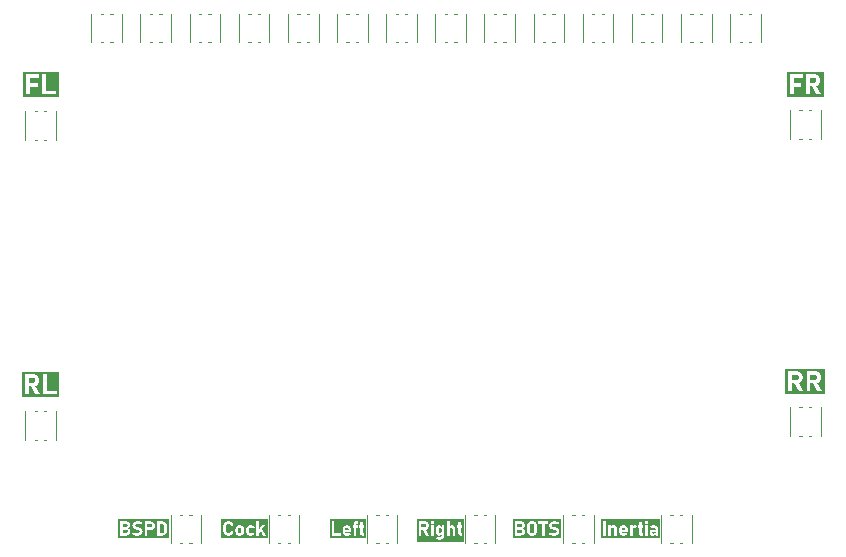
<source format=gbr>
%TF.GenerationSoftware,KiCad,Pcbnew,7.0.10*%
%TF.CreationDate,2024-04-14T19:33:57+02:00*%
%TF.ProjectId,LED_Ring,4c45445f-5269-46e6-972e-6b696361645f,rev?*%
%TF.SameCoordinates,Original*%
%TF.FileFunction,Legend,Top*%
%TF.FilePolarity,Positive*%
%FSLAX46Y46*%
G04 Gerber Fmt 4.6, Leading zero omitted, Abs format (unit mm)*
G04 Created by KiCad (PCBNEW 7.0.10) date 2024-04-14 19:33:57*
%MOMM*%
%LPD*%
G01*
G04 APERTURE LIST*
%ADD10C,0.300000*%
%ADD11C,0.100000*%
G04 APERTURE END LIST*
D10*
G36*
X12976393Y-46961133D02*
G01*
X12994479Y-46962569D01*
X13011660Y-46965726D01*
X13027936Y-46970607D01*
X13043307Y-46977210D01*
X13057773Y-46985535D01*
X13062378Y-46988680D01*
X13075394Y-46999107D01*
X13087213Y-47011024D01*
X13097835Y-47024429D01*
X13107260Y-47039323D01*
X13115488Y-47055706D01*
X13121349Y-47070313D01*
X13127071Y-47088726D01*
X13131363Y-47108101D01*
X13133847Y-47124983D01*
X13135337Y-47142535D01*
X13135833Y-47160755D01*
X13134978Y-47179095D01*
X13133190Y-47196745D01*
X13130469Y-47213707D01*
X13126816Y-47229979D01*
X13121200Y-47248595D01*
X13114242Y-47266219D01*
X13111633Y-47271795D01*
X13103006Y-47287550D01*
X13093182Y-47301846D01*
X13082161Y-47314682D01*
X13069943Y-47326058D01*
X13056528Y-47335975D01*
X13051811Y-47338941D01*
X13037117Y-47346692D01*
X13021604Y-47352721D01*
X13005275Y-47357027D01*
X12988128Y-47359611D01*
X12970163Y-47360472D01*
X12571974Y-47360472D01*
X12571974Y-46961037D01*
X12970163Y-46961037D01*
X12976393Y-46961133D01*
G37*
G36*
X15183205Y-48594858D02*
G01*
X12008988Y-48594858D01*
X12008988Y-46652950D01*
X12251845Y-46652950D01*
X12251845Y-46961037D01*
X12251845Y-48352001D01*
X12571974Y-48352001D01*
X12571974Y-47668975D01*
X12765949Y-47668975D01*
X13148705Y-48352001D01*
X13536514Y-48352001D01*
X13130421Y-47652108D01*
X13134232Y-47651163D01*
X13156769Y-47644322D01*
X13178744Y-47636371D01*
X13200157Y-47627311D01*
X13221008Y-47617142D01*
X13241297Y-47605863D01*
X13254497Y-47597771D01*
X13273578Y-47584873D01*
X13291798Y-47571063D01*
X13309156Y-47556340D01*
X13325654Y-47540705D01*
X13341290Y-47524158D01*
X13356065Y-47506699D01*
X13369979Y-47488327D01*
X13383031Y-47469042D01*
X13395222Y-47448846D01*
X13406552Y-47427737D01*
X13410154Y-47420512D01*
X13420274Y-47398406D01*
X13429364Y-47375650D01*
X13437426Y-47352244D01*
X13442228Y-47336280D01*
X13446573Y-47320026D01*
X13450461Y-47303484D01*
X13453891Y-47286654D01*
X13456864Y-47269534D01*
X13459380Y-47252126D01*
X13461438Y-47234429D01*
X13463039Y-47216444D01*
X13464182Y-47198169D01*
X13464869Y-47179606D01*
X13465097Y-47160755D01*
X13464869Y-47141954D01*
X13464182Y-47123438D01*
X13463039Y-47105207D01*
X13461438Y-47087262D01*
X13459380Y-47069603D01*
X13456864Y-47052229D01*
X13453891Y-47035140D01*
X13450461Y-47018337D01*
X13446573Y-47001819D01*
X13442228Y-46985587D01*
X13434853Y-46961774D01*
X13426448Y-46938603D01*
X13417015Y-46916074D01*
X13406552Y-46894188D01*
X13399098Y-46880014D01*
X13387211Y-46859513D01*
X13374477Y-46839925D01*
X13360897Y-46821249D01*
X13346470Y-46803485D01*
X13331196Y-46786634D01*
X13315076Y-46770695D01*
X13298109Y-46755668D01*
X13280295Y-46741554D01*
X13261635Y-46728352D01*
X13242128Y-46716062D01*
X13221902Y-46704783D01*
X13201085Y-46694614D01*
X13179677Y-46685553D01*
X13157678Y-46677603D01*
X13135087Y-46670762D01*
X13111905Y-46665030D01*
X13088132Y-46660407D01*
X13063768Y-46656894D01*
X13047197Y-46655168D01*
X13033902Y-46654195D01*
X13803080Y-46654195D01*
X13803080Y-48352001D01*
X13945498Y-48352001D01*
X14940348Y-48352001D01*
X14940348Y-48043497D01*
X14123210Y-48043497D01*
X14123210Y-46654195D01*
X13803080Y-46654195D01*
X13033902Y-46654195D01*
X13030363Y-46653936D01*
X13013266Y-46653196D01*
X12995907Y-46652950D01*
X12571974Y-46652950D01*
X12251845Y-46652950D01*
X12008988Y-46652950D01*
X12008988Y-46410093D01*
X15183205Y-46410093D01*
X15183205Y-48594858D01*
G37*
G36*
X77619393Y-46707133D02*
G01*
X77637479Y-46708569D01*
X77654660Y-46711726D01*
X77670936Y-46716607D01*
X77686307Y-46723210D01*
X77700773Y-46731535D01*
X77705378Y-46734680D01*
X77718394Y-46745107D01*
X77730213Y-46757024D01*
X77740835Y-46770429D01*
X77750260Y-46785323D01*
X77758488Y-46801706D01*
X77764349Y-46816313D01*
X77770071Y-46834726D01*
X77774363Y-46854101D01*
X77776847Y-46870983D01*
X77778337Y-46888535D01*
X77778833Y-46906755D01*
X77777978Y-46925095D01*
X77776190Y-46942745D01*
X77773469Y-46959707D01*
X77769816Y-46975979D01*
X77764200Y-46994595D01*
X77757242Y-47012219D01*
X77754633Y-47017795D01*
X77746006Y-47033550D01*
X77736182Y-47047846D01*
X77725161Y-47060682D01*
X77712943Y-47072058D01*
X77699528Y-47081975D01*
X77694811Y-47084941D01*
X77680117Y-47092692D01*
X77664604Y-47098721D01*
X77648275Y-47103027D01*
X77631128Y-47105611D01*
X77613163Y-47106472D01*
X77214974Y-47106472D01*
X77214974Y-46707037D01*
X77613163Y-46707037D01*
X77619393Y-46707133D01*
G37*
G36*
X79170628Y-46707133D02*
G01*
X79188715Y-46708569D01*
X79205896Y-46711726D01*
X79222172Y-46716607D01*
X79237543Y-46723210D01*
X79252009Y-46731535D01*
X79256613Y-46734680D01*
X79269629Y-46745107D01*
X79281448Y-46757024D01*
X79292070Y-46770429D01*
X79301495Y-46785323D01*
X79309723Y-46801706D01*
X79315584Y-46816313D01*
X79321307Y-46834726D01*
X79325598Y-46854101D01*
X79328082Y-46870983D01*
X79329572Y-46888535D01*
X79330069Y-46906755D01*
X79329213Y-46925095D01*
X79327425Y-46942745D01*
X79324704Y-46959707D01*
X79321051Y-46975979D01*
X79315436Y-46994595D01*
X79308478Y-47012219D01*
X79305868Y-47017795D01*
X79297241Y-47033550D01*
X79287417Y-47047846D01*
X79276396Y-47060682D01*
X79264178Y-47072058D01*
X79250763Y-47081975D01*
X79246046Y-47084941D01*
X79231352Y-47092692D01*
X79215840Y-47098721D01*
X79199510Y-47103027D01*
X79182363Y-47105611D01*
X79164399Y-47106472D01*
X78766210Y-47106472D01*
X78766210Y-46707037D01*
X79164399Y-46707037D01*
X79170628Y-46707133D01*
G37*
G36*
X79973606Y-48340858D02*
G01*
X76651988Y-48340858D01*
X76651988Y-46398950D01*
X76894845Y-46398950D01*
X76894845Y-46707037D01*
X76894845Y-48098001D01*
X77214974Y-48098001D01*
X77214974Y-47414975D01*
X77408949Y-47414975D01*
X77791705Y-48098001D01*
X78179514Y-48098001D01*
X77773421Y-47398108D01*
X77777232Y-47397163D01*
X77799769Y-47390322D01*
X77821744Y-47382371D01*
X77843157Y-47373311D01*
X77864008Y-47363142D01*
X77884297Y-47351863D01*
X77897497Y-47343771D01*
X77916578Y-47330873D01*
X77934798Y-47317063D01*
X77952156Y-47302340D01*
X77968654Y-47286705D01*
X77984290Y-47270158D01*
X77999065Y-47252699D01*
X78012979Y-47234327D01*
X78026031Y-47215042D01*
X78038222Y-47194846D01*
X78049552Y-47173737D01*
X78053154Y-47166512D01*
X78063274Y-47144406D01*
X78072364Y-47121650D01*
X78080426Y-47098244D01*
X78085228Y-47082280D01*
X78089573Y-47066026D01*
X78093461Y-47049484D01*
X78096891Y-47032654D01*
X78099864Y-47015534D01*
X78102380Y-46998126D01*
X78104438Y-46980429D01*
X78106039Y-46962444D01*
X78107182Y-46944169D01*
X78107869Y-46925606D01*
X78108097Y-46906755D01*
X78107869Y-46887954D01*
X78107182Y-46869438D01*
X78106039Y-46851207D01*
X78104438Y-46833262D01*
X78102380Y-46815603D01*
X78099864Y-46798229D01*
X78096891Y-46781140D01*
X78093461Y-46764337D01*
X78089573Y-46747819D01*
X78085228Y-46731587D01*
X78077853Y-46707774D01*
X78069448Y-46684603D01*
X78060015Y-46662074D01*
X78049552Y-46640188D01*
X78042098Y-46626014D01*
X78030211Y-46605513D01*
X78017477Y-46585925D01*
X78003897Y-46567249D01*
X77989470Y-46549485D01*
X77974196Y-46532634D01*
X77958076Y-46516695D01*
X77941109Y-46501668D01*
X77923295Y-46487554D01*
X77904635Y-46474352D01*
X77885128Y-46462062D01*
X77864902Y-46450783D01*
X77844085Y-46440614D01*
X77822677Y-46431553D01*
X77800678Y-46423603D01*
X77778087Y-46416762D01*
X77754905Y-46411030D01*
X77731132Y-46406407D01*
X77706768Y-46402894D01*
X77690197Y-46401168D01*
X77673363Y-46399936D01*
X77656266Y-46399196D01*
X77638907Y-46398950D01*
X78446080Y-46398950D01*
X78446080Y-46707037D01*
X78446080Y-48098001D01*
X78766210Y-48098001D01*
X78766210Y-47414975D01*
X78960184Y-47414975D01*
X79342940Y-48098001D01*
X79730749Y-48098001D01*
X79324656Y-47398108D01*
X79328467Y-47397163D01*
X79351004Y-47390322D01*
X79372979Y-47382371D01*
X79394393Y-47373311D01*
X79415244Y-47363142D01*
X79435533Y-47351863D01*
X79448732Y-47343771D01*
X79467813Y-47330873D01*
X79486033Y-47317063D01*
X79503392Y-47302340D01*
X79519889Y-47286705D01*
X79535525Y-47270158D01*
X79550300Y-47252699D01*
X79564214Y-47234327D01*
X79577266Y-47215042D01*
X79589457Y-47194846D01*
X79600787Y-47173737D01*
X79604389Y-47166512D01*
X79614509Y-47144406D01*
X79623599Y-47121650D01*
X79631661Y-47098244D01*
X79636463Y-47082280D01*
X79640808Y-47066026D01*
X79644696Y-47049484D01*
X79648126Y-47032654D01*
X79651099Y-47015534D01*
X79653615Y-46998126D01*
X79655673Y-46980429D01*
X79657274Y-46962444D01*
X79658418Y-46944169D01*
X79659104Y-46925606D01*
X79659332Y-46906755D01*
X79659104Y-46887954D01*
X79658418Y-46869438D01*
X79657274Y-46851207D01*
X79655673Y-46833262D01*
X79653615Y-46815603D01*
X79651099Y-46798229D01*
X79648126Y-46781140D01*
X79644696Y-46764337D01*
X79640808Y-46747819D01*
X79636463Y-46731587D01*
X79629088Y-46707774D01*
X79620684Y-46684603D01*
X79611250Y-46662074D01*
X79600787Y-46640188D01*
X79593333Y-46626014D01*
X79581446Y-46605513D01*
X79568712Y-46585925D01*
X79555132Y-46567249D01*
X79540705Y-46549485D01*
X79525431Y-46532634D01*
X79509311Y-46516695D01*
X79492344Y-46501668D01*
X79474530Y-46487554D01*
X79455870Y-46474352D01*
X79436363Y-46462062D01*
X79416137Y-46450783D01*
X79395320Y-46440614D01*
X79373912Y-46431553D01*
X79351913Y-46423603D01*
X79329322Y-46416762D01*
X79306140Y-46411030D01*
X79282367Y-46406407D01*
X79258003Y-46402894D01*
X79241432Y-46401168D01*
X79224598Y-46399936D01*
X79207501Y-46399196D01*
X79190142Y-46398950D01*
X78766210Y-46398950D01*
X78446080Y-46398950D01*
X77638907Y-46398950D01*
X77214974Y-46398950D01*
X76894845Y-46398950D01*
X76651988Y-46398950D01*
X76651988Y-46156093D01*
X79973606Y-46156093D01*
X79973606Y-48340858D01*
G37*
G36*
X79099987Y-21561133D02*
G01*
X79118073Y-21562569D01*
X79135254Y-21565726D01*
X79151530Y-21570607D01*
X79166901Y-21577210D01*
X79181367Y-21585535D01*
X79185972Y-21588680D01*
X79198988Y-21599107D01*
X79210807Y-21611024D01*
X79221429Y-21624429D01*
X79230854Y-21639323D01*
X79239082Y-21655706D01*
X79244943Y-21670313D01*
X79250665Y-21688726D01*
X79254957Y-21708101D01*
X79257440Y-21724983D01*
X79258931Y-21742535D01*
X79259427Y-21760755D01*
X79258572Y-21779095D01*
X79256784Y-21796745D01*
X79254063Y-21813707D01*
X79250409Y-21829979D01*
X79244794Y-21848595D01*
X79237836Y-21866219D01*
X79235227Y-21871795D01*
X79226600Y-21887550D01*
X79216776Y-21901846D01*
X79205755Y-21914682D01*
X79193537Y-21926058D01*
X79180122Y-21935975D01*
X79175405Y-21938941D01*
X79160710Y-21946692D01*
X79145198Y-21952721D01*
X79128869Y-21957027D01*
X79111722Y-21959611D01*
X79093757Y-21960472D01*
X78695568Y-21960472D01*
X78695568Y-21561037D01*
X79093757Y-21561037D01*
X79099987Y-21561133D01*
G37*
G36*
X79902965Y-23194858D02*
G01*
X76778988Y-23194858D01*
X76778988Y-21254195D01*
X77021845Y-21254195D01*
X77021845Y-22952001D01*
X77341974Y-22952001D01*
X77341974Y-22278110D01*
X78008806Y-22278110D01*
X78008806Y-21970022D01*
X77341974Y-21970022D01*
X77341974Y-21562283D01*
X78137107Y-21562283D01*
X78137107Y-21254195D01*
X77341974Y-21254195D01*
X77021845Y-21254195D01*
X76778988Y-21254195D01*
X76778988Y-21252950D01*
X78375439Y-21252950D01*
X78375439Y-21561037D01*
X78375439Y-22952001D01*
X78695568Y-22952001D01*
X78695568Y-22268975D01*
X78889543Y-22268975D01*
X79272299Y-22952001D01*
X79660108Y-22952001D01*
X79254015Y-22252108D01*
X79257826Y-22251163D01*
X79280363Y-22244322D01*
X79302338Y-22236371D01*
X79323751Y-22227311D01*
X79344602Y-22217142D01*
X79364891Y-22205863D01*
X79378091Y-22197771D01*
X79397172Y-22184873D01*
X79415392Y-22171063D01*
X79432750Y-22156340D01*
X79449248Y-22140705D01*
X79464884Y-22124158D01*
X79479659Y-22106699D01*
X79493572Y-22088327D01*
X79506625Y-22069042D01*
X79518816Y-22048846D01*
X79530146Y-22027737D01*
X79533748Y-22020512D01*
X79543868Y-21998406D01*
X79552958Y-21975650D01*
X79561019Y-21952244D01*
X79565822Y-21936280D01*
X79570167Y-21920026D01*
X79574055Y-21903484D01*
X79577485Y-21886654D01*
X79580458Y-21869534D01*
X79582974Y-21852126D01*
X79585032Y-21834429D01*
X79586633Y-21816444D01*
X79587776Y-21798169D01*
X79588462Y-21779606D01*
X79588691Y-21760755D01*
X79588462Y-21741954D01*
X79587776Y-21723438D01*
X79586633Y-21705207D01*
X79585032Y-21687262D01*
X79582974Y-21669603D01*
X79580458Y-21652229D01*
X79577485Y-21635140D01*
X79574055Y-21618337D01*
X79570167Y-21601819D01*
X79565822Y-21585587D01*
X79558447Y-21561774D01*
X79550042Y-21538603D01*
X79540609Y-21516074D01*
X79530146Y-21494188D01*
X79522692Y-21480014D01*
X79510805Y-21459513D01*
X79498071Y-21439925D01*
X79484490Y-21421249D01*
X79470063Y-21403485D01*
X79454790Y-21386634D01*
X79438669Y-21370695D01*
X79421703Y-21355668D01*
X79403889Y-21341554D01*
X79385229Y-21328352D01*
X79365722Y-21316062D01*
X79345496Y-21304783D01*
X79324679Y-21294614D01*
X79303271Y-21285553D01*
X79281271Y-21277603D01*
X79258681Y-21270762D01*
X79235499Y-21265030D01*
X79211726Y-21260407D01*
X79187362Y-21256894D01*
X79170791Y-21255168D01*
X79153957Y-21253936D01*
X79136860Y-21253196D01*
X79119501Y-21252950D01*
X78695568Y-21252950D01*
X78375439Y-21252950D01*
X76778988Y-21252950D01*
X76778988Y-21010093D01*
X79902965Y-21010093D01*
X79902965Y-23194858D01*
G37*
G36*
X15112564Y-23194858D02*
G01*
X12135988Y-23194858D01*
X12135988Y-21254195D01*
X12378845Y-21254195D01*
X12378845Y-22952001D01*
X12698974Y-22952001D01*
X12698974Y-22278110D01*
X13365806Y-22278110D01*
X13365806Y-21970022D01*
X12698974Y-21970022D01*
X12698974Y-21562283D01*
X13494107Y-21562283D01*
X13494107Y-21254195D01*
X13732439Y-21254195D01*
X13732439Y-22952001D01*
X13874857Y-22952001D01*
X14869707Y-22952001D01*
X14869707Y-22643497D01*
X14052568Y-22643497D01*
X14052568Y-21254195D01*
X13732439Y-21254195D01*
X13494107Y-21254195D01*
X12698974Y-21254195D01*
X12378845Y-21254195D01*
X12135988Y-21254195D01*
X12135988Y-21011338D01*
X15112564Y-21011338D01*
X15112564Y-23194858D01*
G37*
G36*
X62969503Y-59633952D02*
G01*
X62983942Y-59635848D01*
X62997603Y-59639008D01*
X63010485Y-59643431D01*
X63022589Y-59649119D01*
X63033914Y-59656071D01*
X63044461Y-59664287D01*
X63054229Y-59673766D01*
X63056546Y-59676309D01*
X63065259Y-59687144D01*
X63073083Y-59699042D01*
X63080019Y-59712002D01*
X63086066Y-59726025D01*
X63090018Y-59737239D01*
X63093471Y-59749051D01*
X63096424Y-59761460D01*
X63098877Y-59774467D01*
X63100831Y-59788072D01*
X63103468Y-59808002D01*
X62783030Y-59808002D01*
X62783921Y-59792661D01*
X62785629Y-59777539D01*
X62788125Y-59763123D01*
X62791410Y-59749413D01*
X62795482Y-59736408D01*
X62800343Y-59724109D01*
X62805992Y-59712517D01*
X62812430Y-59701630D01*
X62819655Y-59691448D01*
X62827669Y-59681973D01*
X62833419Y-59676081D01*
X62842584Y-59667957D01*
X62852399Y-59660687D01*
X62862863Y-59654273D01*
X62873976Y-59648714D01*
X62885738Y-59644010D01*
X62898149Y-59640162D01*
X62911209Y-59637168D01*
X62924919Y-59635030D01*
X62939277Y-59633747D01*
X62954285Y-59633320D01*
X62969503Y-59633952D01*
G37*
G36*
X65658053Y-60041303D02*
G01*
X65657664Y-60049290D01*
X65655287Y-60061710D01*
X65650749Y-60073012D01*
X65644050Y-60083199D01*
X65635190Y-60092269D01*
X65624169Y-60100224D01*
X65613796Y-60105783D01*
X65605141Y-60109450D01*
X65592318Y-60113777D01*
X65578030Y-60117464D01*
X65566352Y-60119808D01*
X65553850Y-60121792D01*
X65540524Y-60123414D01*
X65526373Y-60124677D01*
X65511398Y-60125578D01*
X65495598Y-60126119D01*
X65478974Y-60126300D01*
X65474940Y-60126280D01*
X65459443Y-60125806D01*
X65444971Y-60124700D01*
X65431526Y-60122962D01*
X65419106Y-60120592D01*
X65405024Y-60116741D01*
X65392544Y-60111902D01*
X65381668Y-60106076D01*
X65374180Y-60100677D01*
X65364821Y-60091290D01*
X65357708Y-60080357D01*
X65352841Y-60067879D01*
X65350501Y-60056300D01*
X65349721Y-60043648D01*
X65349945Y-60036137D01*
X65351315Y-60024432D01*
X65354602Y-60011727D01*
X65359682Y-60000485D01*
X65366554Y-59990707D01*
X65375220Y-59982392D01*
X65376839Y-59981147D01*
X65387610Y-59974512D01*
X65400195Y-59969298D01*
X65412067Y-59966039D01*
X65425199Y-59963768D01*
X65439590Y-59962484D01*
X65452010Y-59962168D01*
X65658053Y-59962168D01*
X65658053Y-60041303D01*
G37*
G36*
X66034646Y-60479738D02*
G01*
X61031049Y-60479738D01*
X61031049Y-59097549D01*
X61202478Y-59097549D01*
X61202478Y-60296000D01*
X61436658Y-60296000D01*
X61664390Y-60296000D01*
X61890070Y-60296000D01*
X61890070Y-59779279D01*
X61890606Y-59763828D01*
X61892213Y-59749274D01*
X61894892Y-59735618D01*
X61898643Y-59722859D01*
X61903465Y-59710998D01*
X61909359Y-59700035D01*
X61916325Y-59689969D01*
X61924362Y-59680801D01*
X61933379Y-59672557D01*
X61943284Y-59665413D01*
X61954078Y-59659368D01*
X61965761Y-59654422D01*
X61978332Y-59650576D01*
X61991791Y-59647828D01*
X62006139Y-59646179D01*
X62021375Y-59645630D01*
X62025467Y-59645663D01*
X62037390Y-59646170D01*
X62052461Y-59647791D01*
X62066589Y-59650493D01*
X62079773Y-59654276D01*
X62092015Y-59659139D01*
X62103312Y-59665084D01*
X62113667Y-59672109D01*
X62123078Y-59680214D01*
X62131458Y-59689300D01*
X62138721Y-59699265D01*
X62144867Y-59710110D01*
X62149896Y-59721833D01*
X62153806Y-59734436D01*
X62156600Y-59747919D01*
X62158276Y-59762280D01*
X62158835Y-59777521D01*
X62158835Y-60296000D01*
X62384808Y-60296000D01*
X62384808Y-59924946D01*
X62577369Y-59924946D01*
X62577549Y-59939976D01*
X62578088Y-59954731D01*
X62578987Y-59969212D01*
X62580245Y-59983418D01*
X62581863Y-59997349D01*
X62583840Y-60011005D01*
X62586177Y-60024386D01*
X62588873Y-60037493D01*
X62591929Y-60050325D01*
X62595344Y-60062882D01*
X62599119Y-60075164D01*
X62603253Y-60087172D01*
X62607747Y-60098905D01*
X62612600Y-60110363D01*
X62617813Y-60121546D01*
X62623385Y-60132454D01*
X62629335Y-60143064D01*
X62635608Y-60153351D01*
X62642203Y-60163315D01*
X62649122Y-60172956D01*
X62656363Y-60182274D01*
X62663927Y-60191270D01*
X62675879Y-60204157D01*
X62688557Y-60216319D01*
X62697413Y-60224023D01*
X62706592Y-60231404D01*
X62716093Y-60238462D01*
X62725917Y-60245197D01*
X62736065Y-60251610D01*
X62746535Y-60257700D01*
X62757327Y-60263466D01*
X62768458Y-60268897D01*
X62779868Y-60273976D01*
X62791557Y-60278706D01*
X62803526Y-60283085D01*
X62815774Y-60287114D01*
X62828301Y-60290793D01*
X62841108Y-60294121D01*
X62854194Y-60297099D01*
X62867560Y-60299726D01*
X62881204Y-60302003D01*
X62895129Y-60303930D01*
X62909332Y-60305507D01*
X62923815Y-60306733D01*
X62938577Y-60307609D01*
X62953619Y-60308134D01*
X62968939Y-60308309D01*
X62979557Y-60308179D01*
X62995458Y-60307494D01*
X63011328Y-60306221D01*
X63027167Y-60304361D01*
X63042975Y-60301914D01*
X63058752Y-60298879D01*
X63071271Y-60296000D01*
X63502659Y-60296000D01*
X63745046Y-60296000D01*
X63745046Y-59812106D01*
X63745082Y-59807248D01*
X63745632Y-59793078D01*
X63746841Y-59779510D01*
X63748709Y-59766545D01*
X63751237Y-59754183D01*
X63754424Y-59742423D01*
X63759700Y-59727682D01*
X63766148Y-59714012D01*
X63773769Y-59701413D01*
X63782561Y-59689886D01*
X63787371Y-59684527D01*
X63797712Y-59674846D01*
X63809014Y-59666548D01*
X63821278Y-59659633D01*
X63834504Y-59654101D01*
X63848691Y-59649952D01*
X63863840Y-59647186D01*
X63875833Y-59646019D01*
X63888367Y-59645630D01*
X63894180Y-59645702D01*
X63907224Y-59646431D01*
X63919537Y-59647946D01*
X63931122Y-59650246D01*
X63943468Y-59653836D01*
X63953618Y-59657819D01*
X63964325Y-59663333D01*
X63974080Y-59669873D01*
X63983915Y-59678456D01*
X64016309Y-59633320D01*
X64153029Y-59633320D01*
X64241249Y-59633320D01*
X64241249Y-60073543D01*
X64241300Y-60080487D01*
X64241708Y-60094057D01*
X64242523Y-60107200D01*
X64243746Y-60119917D01*
X64245376Y-60132209D01*
X64247414Y-60144075D01*
X64251235Y-60161074D01*
X64255973Y-60177116D01*
X64261628Y-60192199D01*
X64268201Y-60206324D01*
X64275690Y-60219491D01*
X64284096Y-60231700D01*
X64293420Y-60242950D01*
X64296757Y-60246466D01*
X64307465Y-60256345D01*
X64319219Y-60265219D01*
X64332020Y-60273089D01*
X64345866Y-60279954D01*
X64360757Y-60285815D01*
X64376695Y-60290670D01*
X64393679Y-60294521D01*
X64405582Y-60296531D01*
X64417950Y-60298094D01*
X64430783Y-60299210D01*
X64444081Y-60299880D01*
X64457844Y-60300103D01*
X64571856Y-60300103D01*
X64571856Y-60082629D01*
X64515583Y-60082629D01*
X64511229Y-60082480D01*
X64499344Y-60080238D01*
X64488204Y-60074594D01*
X64479240Y-60065630D01*
X64478482Y-60064553D01*
X64472748Y-60053603D01*
X64469286Y-60041961D01*
X64467519Y-60030303D01*
X64466930Y-60017270D01*
X64466930Y-59633320D01*
X64571856Y-59633320D01*
X64571856Y-59440466D01*
X64754159Y-59440466D01*
X64754159Y-60296000D01*
X64979840Y-60296000D01*
X64979840Y-60043648D01*
X65146023Y-60043648D01*
X65146288Y-60060088D01*
X65147085Y-60075998D01*
X65148413Y-60091376D01*
X65150272Y-60106223D01*
X65152663Y-60120538D01*
X65155585Y-60134323D01*
X65159038Y-60147576D01*
X65163022Y-60160298D01*
X65167537Y-60172489D01*
X65172584Y-60184148D01*
X65178162Y-60195277D01*
X65184271Y-60205874D01*
X65190911Y-60215940D01*
X65198083Y-60225474D01*
X65205786Y-60234478D01*
X65214020Y-60242950D01*
X65222792Y-60250865D01*
X65232109Y-60258269D01*
X65241971Y-60265162D01*
X65252378Y-60271545D01*
X65263330Y-60277417D01*
X65274827Y-60282778D01*
X65286869Y-60287629D01*
X65299456Y-60291969D01*
X65312588Y-60295799D01*
X65326265Y-60299118D01*
X65340486Y-60301927D01*
X65355253Y-60304224D01*
X65370565Y-60306012D01*
X65386422Y-60307288D01*
X65402823Y-60308054D01*
X65419770Y-60308309D01*
X65435350Y-60308057D01*
X65450728Y-60307302D01*
X65465904Y-60306042D01*
X65480879Y-60304279D01*
X65495653Y-60302012D01*
X65510225Y-60299242D01*
X65524596Y-60295967D01*
X65538765Y-60292189D01*
X65552609Y-60287912D01*
X65565858Y-60283140D01*
X65578511Y-60277874D01*
X65590569Y-60272113D01*
X65602032Y-60265857D01*
X65612899Y-60259107D01*
X65623171Y-60251862D01*
X65632847Y-60244122D01*
X65639596Y-60237956D01*
X65647704Y-60229358D01*
X65656409Y-60218005D01*
X65658053Y-60215227D01*
X65658053Y-60296000D01*
X65863217Y-60296000D01*
X65863217Y-59746160D01*
X65863055Y-59733708D01*
X65862567Y-59721485D01*
X65861754Y-59709492D01*
X65860616Y-59697727D01*
X65858299Y-59680509D01*
X65855251Y-59663806D01*
X65851471Y-59647618D01*
X65846960Y-59631946D01*
X65841717Y-59616789D01*
X65835742Y-59602147D01*
X65829036Y-59588020D01*
X65821598Y-59574408D01*
X65816249Y-59565602D01*
X65807676Y-59552890D01*
X65798444Y-59540776D01*
X65788552Y-59529260D01*
X65778001Y-59518341D01*
X65766790Y-59508020D01*
X65754920Y-59498296D01*
X65742390Y-59489170D01*
X65729201Y-59480642D01*
X65715353Y-59472711D01*
X65700845Y-59465378D01*
X65695866Y-59463070D01*
X65680543Y-59456586D01*
X65664638Y-59450760D01*
X65648151Y-59445595D01*
X65636836Y-59442517D01*
X65625262Y-59439733D01*
X65613430Y-59437242D01*
X65601339Y-59435043D01*
X65588989Y-59433138D01*
X65576380Y-59431526D01*
X65563513Y-59430207D01*
X65550387Y-59429182D01*
X65537002Y-59428449D01*
X65523358Y-59428009D01*
X65509456Y-59427863D01*
X65503099Y-59427895D01*
X65490489Y-59428151D01*
X65478019Y-59428664D01*
X65465688Y-59429434D01*
X65453497Y-59430459D01*
X65441446Y-59431742D01*
X65429535Y-59433280D01*
X65417763Y-59435076D01*
X65406131Y-59437127D01*
X65388945Y-59440685D01*
X65372073Y-59444821D01*
X65355515Y-59449533D01*
X65339272Y-59454823D01*
X65323343Y-59460689D01*
X65312958Y-59464856D01*
X65297865Y-59471485D01*
X65283354Y-59478568D01*
X65269426Y-59486103D01*
X65256080Y-59494092D01*
X65243315Y-59502535D01*
X65231134Y-59511430D01*
X65219534Y-59520780D01*
X65208516Y-59530582D01*
X65198081Y-59540838D01*
X65188228Y-59551547D01*
X65328325Y-59689300D01*
X65330589Y-59687554D01*
X65342225Y-59679192D01*
X65354391Y-59671445D01*
X65367087Y-59664314D01*
X65377624Y-59659052D01*
X65388501Y-59654184D01*
X65399716Y-59649710D01*
X65411270Y-59645630D01*
X65423076Y-59641920D01*
X65434901Y-59638705D01*
X65446743Y-59635985D01*
X65458605Y-59633759D01*
X65470484Y-59632028D01*
X65482382Y-59630792D01*
X65494298Y-59630050D01*
X65506232Y-59629803D01*
X65519570Y-59630086D01*
X65532325Y-59630936D01*
X65544498Y-59632353D01*
X65556089Y-59634336D01*
X65570639Y-59637863D01*
X65584153Y-59642396D01*
X65596632Y-59647938D01*
X65608077Y-59654487D01*
X65618486Y-59662043D01*
X65627759Y-59670524D01*
X65635797Y-59679848D01*
X65642597Y-59690015D01*
X65648161Y-59701024D01*
X65652489Y-59712876D01*
X65655580Y-59725570D01*
X65657435Y-59739107D01*
X65658053Y-59753487D01*
X65658053Y-59789831D01*
X65451131Y-59789831D01*
X65432342Y-59790079D01*
X65414151Y-59790824D01*
X65396557Y-59792067D01*
X65379561Y-59793806D01*
X65363163Y-59796042D01*
X65347363Y-59798774D01*
X65332160Y-59802004D01*
X65317554Y-59805731D01*
X65303547Y-59809954D01*
X65290136Y-59814675D01*
X65277324Y-59819892D01*
X65265109Y-59825606D01*
X65253492Y-59831817D01*
X65242473Y-59838525D01*
X65232051Y-59845730D01*
X65222226Y-59853431D01*
X65212998Y-59861593D01*
X65204366Y-59870252D01*
X65196329Y-59879408D01*
X65188887Y-59889060D01*
X65182041Y-59899210D01*
X65175790Y-59909856D01*
X65170134Y-59920999D01*
X65165073Y-59932639D01*
X65160608Y-59944776D01*
X65156739Y-59957410D01*
X65153464Y-59970541D01*
X65150785Y-59984169D01*
X65148702Y-59998293D01*
X65147213Y-60012914D01*
X65146320Y-60028033D01*
X65146023Y-60043648D01*
X64979840Y-60043648D01*
X64979840Y-59440466D01*
X64754159Y-59440466D01*
X64571856Y-59440466D01*
X64466930Y-59440466D01*
X64466930Y-59191338D01*
X64241249Y-59191338D01*
X64241249Y-59440466D01*
X64153029Y-59440466D01*
X64153029Y-59633320D01*
X64016309Y-59633320D01*
X64115806Y-59494688D01*
X64111768Y-59490646D01*
X64101282Y-59481083D01*
X64090239Y-59472294D01*
X64078637Y-59464276D01*
X64066476Y-59457032D01*
X64053758Y-59450561D01*
X64040482Y-59444862D01*
X64029477Y-59440878D01*
X64018152Y-59437425D01*
X64006506Y-59434503D01*
X63994540Y-59432113D01*
X63982253Y-59430253D01*
X63969645Y-59428925D01*
X63956717Y-59428128D01*
X63943468Y-59427863D01*
X63935084Y-59428029D01*
X63922667Y-59428900D01*
X63910441Y-59430519D01*
X63898405Y-59432884D01*
X63886559Y-59435997D01*
X63874905Y-59439857D01*
X63863441Y-59444464D01*
X63852167Y-59449817D01*
X63841085Y-59455918D01*
X63830192Y-59462766D01*
X63819491Y-59470361D01*
X63812538Y-59475807D01*
X63802413Y-59484479D01*
X63792655Y-59493753D01*
X63783262Y-59503631D01*
X63774234Y-59514111D01*
X63765573Y-59525193D01*
X63757278Y-59536879D01*
X63749348Y-59549167D01*
X63745046Y-59556499D01*
X63745046Y-59440466D01*
X63502659Y-59440466D01*
X63502659Y-60296000D01*
X63071271Y-60296000D01*
X63074498Y-60295258D01*
X63090214Y-60291048D01*
X63105898Y-60286252D01*
X63121551Y-60280868D01*
X63137174Y-60274897D01*
X63147515Y-60270613D01*
X63162785Y-60263783D01*
X63177767Y-60256469D01*
X63192461Y-60248670D01*
X63206866Y-60240388D01*
X63220982Y-60231621D01*
X63234810Y-60222369D01*
X63248349Y-60212634D01*
X63261600Y-60202414D01*
X63274563Y-60191710D01*
X63287237Y-60180521D01*
X63139812Y-60049510D01*
X63132925Y-60054942D01*
X63121127Y-60063468D01*
X63108928Y-60071336D01*
X63096329Y-60078546D01*
X63083329Y-60085098D01*
X63069928Y-60090991D01*
X63058919Y-60095232D01*
X63053346Y-60097184D01*
X63039386Y-60101513D01*
X63025382Y-60105055D01*
X63011336Y-60107810D01*
X62997247Y-60109778D01*
X62983115Y-60110958D01*
X62968939Y-60111352D01*
X62958065Y-60111165D01*
X62942329Y-60110186D01*
X62927284Y-60108366D01*
X62912929Y-60105707D01*
X62899264Y-60102208D01*
X62886289Y-60097869D01*
X62874005Y-60092690D01*
X62862412Y-60086672D01*
X62851508Y-60079814D01*
X62841295Y-60072116D01*
X62831773Y-60063578D01*
X62825846Y-60057452D01*
X62817672Y-60047683D01*
X62810359Y-60037218D01*
X62803906Y-60026058D01*
X62798313Y-60014202D01*
X62793581Y-60001651D01*
X62789710Y-59988405D01*
X62786698Y-59974462D01*
X62784633Y-59960410D01*
X63309512Y-59960410D01*
X63309512Y-59904429D01*
X63309349Y-59885734D01*
X63308861Y-59867385D01*
X63308049Y-59849382D01*
X63306911Y-59831724D01*
X63305447Y-59814413D01*
X63303659Y-59797446D01*
X63301546Y-59780826D01*
X63299107Y-59764551D01*
X63296343Y-59748623D01*
X63293254Y-59733040D01*
X63289840Y-59717802D01*
X63286101Y-59702911D01*
X63282037Y-59688365D01*
X63277647Y-59674165D01*
X63272933Y-59660311D01*
X63267893Y-59646802D01*
X63262540Y-59633664D01*
X63256888Y-59620923D01*
X63250936Y-59608578D01*
X63244684Y-59596628D01*
X63238131Y-59585075D01*
X63231279Y-59573918D01*
X63224127Y-59563158D01*
X63216675Y-59552793D01*
X63208923Y-59542824D01*
X63200871Y-59533252D01*
X63192519Y-59524076D01*
X63183867Y-59515296D01*
X63174915Y-59506912D01*
X63165663Y-59498924D01*
X63156112Y-59491332D01*
X63146260Y-59484136D01*
X63136133Y-59477322D01*
X63125757Y-59470947D01*
X63115131Y-59465012D01*
X63104256Y-59459517D01*
X63093131Y-59454461D01*
X63081757Y-59449845D01*
X63070133Y-59445668D01*
X63058259Y-59441931D01*
X63046136Y-59438634D01*
X63033763Y-59435776D01*
X63021141Y-59433358D01*
X63008269Y-59431380D01*
X62995147Y-59429841D01*
X62981776Y-59428742D01*
X62968155Y-59428083D01*
X62954285Y-59427863D01*
X62939473Y-59428047D01*
X62924935Y-59428600D01*
X62910668Y-59429522D01*
X62896674Y-59430812D01*
X62882953Y-59432471D01*
X62869504Y-59434498D01*
X62856327Y-59436895D01*
X62843423Y-59439660D01*
X62830792Y-59442793D01*
X62818432Y-59446295D01*
X62806346Y-59450166D01*
X62794532Y-59454406D01*
X62782990Y-59459014D01*
X62771721Y-59463991D01*
X62760724Y-59469336D01*
X62750000Y-59475050D01*
X62744764Y-59478023D01*
X62734526Y-59484222D01*
X62724602Y-59490757D01*
X62714992Y-59497628D01*
X62705696Y-59504837D01*
X62696713Y-59512382D01*
X62683827Y-59524330D01*
X62675628Y-59532716D01*
X62667743Y-59541439D01*
X62660172Y-59550499D01*
X62652915Y-59559895D01*
X62645971Y-59569627D01*
X62639341Y-59579697D01*
X62633025Y-59590103D01*
X62627022Y-59600845D01*
X62621333Y-59611924D01*
X62616009Y-59623280D01*
X62611029Y-59634927D01*
X62606392Y-59646865D01*
X62602099Y-59659094D01*
X62598149Y-59671613D01*
X62594543Y-59684423D01*
X62591280Y-59697524D01*
X62588360Y-59710916D01*
X62585784Y-59724598D01*
X62583552Y-59738572D01*
X62581663Y-59752836D01*
X62580117Y-59767391D01*
X62578915Y-59782237D01*
X62578056Y-59797373D01*
X62577701Y-59808002D01*
X62577541Y-59812801D01*
X62577369Y-59828519D01*
X62577369Y-59924946D01*
X62384808Y-59924946D01*
X62384808Y-59776642D01*
X62384519Y-59756126D01*
X62383650Y-59736199D01*
X62382201Y-59716861D01*
X62380174Y-59698111D01*
X62377567Y-59679950D01*
X62374381Y-59662377D01*
X62370615Y-59645393D01*
X62366270Y-59628997D01*
X62361346Y-59613189D01*
X62355843Y-59597970D01*
X62349760Y-59583340D01*
X62343098Y-59569298D01*
X62335856Y-59555844D01*
X62328036Y-59542979D01*
X62319636Y-59530702D01*
X62310656Y-59519014D01*
X62301148Y-59507976D01*
X62291161Y-59497651D01*
X62280696Y-59488037D01*
X62269752Y-59479135D01*
X62258329Y-59470946D01*
X62246428Y-59463469D01*
X62234048Y-59456704D01*
X62221190Y-59450651D01*
X62207853Y-59445310D01*
X62194038Y-59440681D01*
X62179744Y-59436764D01*
X62164971Y-59433560D01*
X62149720Y-59431067D01*
X62133991Y-59429287D01*
X62117783Y-59428219D01*
X62101096Y-59427863D01*
X62091018Y-59428021D01*
X62076306Y-59428850D01*
X62062078Y-59430391D01*
X62048334Y-59432642D01*
X62035075Y-59435604D01*
X62022299Y-59439278D01*
X62010008Y-59443662D01*
X61998202Y-59448758D01*
X61986879Y-59454564D01*
X61976041Y-59461081D01*
X61965688Y-59468309D01*
X61959005Y-59473523D01*
X61949200Y-59481936D01*
X61939657Y-59491061D01*
X61930378Y-59500896D01*
X61921361Y-59511442D01*
X61912607Y-59522699D01*
X61904115Y-59534667D01*
X61895887Y-59547346D01*
X61890070Y-59557123D01*
X61890070Y-59440466D01*
X61664390Y-59440466D01*
X61664390Y-60296000D01*
X61436658Y-60296000D01*
X61436658Y-59097549D01*
X64754159Y-59097549D01*
X64754159Y-59323229D01*
X64979840Y-59323229D01*
X64979840Y-59097549D01*
X64754159Y-59097549D01*
X61436658Y-59097549D01*
X61202478Y-59097549D01*
X61031049Y-59097549D01*
X61031049Y-58926120D01*
X66034646Y-58926120D01*
X66034646Y-60479738D01*
G37*
G36*
X55213682Y-59311327D02*
G01*
X55228222Y-59312550D01*
X55242295Y-59314587D01*
X55255901Y-59317441D01*
X55269040Y-59321109D01*
X55281711Y-59325592D01*
X55293916Y-59330891D01*
X55305653Y-59337004D01*
X55316901Y-59343796D01*
X55327489Y-59351274D01*
X55337417Y-59359440D01*
X55346686Y-59368292D01*
X55355296Y-59377831D01*
X55363246Y-59388057D01*
X55370536Y-59398970D01*
X55377168Y-59410570D01*
X55383075Y-59422747D01*
X55388195Y-59435392D01*
X55392528Y-59448503D01*
X55396072Y-59462081D01*
X55398829Y-59476127D01*
X55400798Y-59490639D01*
X55401980Y-59505619D01*
X55402374Y-59521066D01*
X55402374Y-59872189D01*
X55401980Y-59887636D01*
X55400798Y-59902616D01*
X55398829Y-59917128D01*
X55396072Y-59931174D01*
X55392528Y-59944752D01*
X55388195Y-59957864D01*
X55383075Y-59970508D01*
X55377168Y-59982685D01*
X55370536Y-59994289D01*
X55363246Y-60005216D01*
X55355296Y-60015465D01*
X55346686Y-60025036D01*
X55337417Y-60033930D01*
X55327489Y-60042146D01*
X55316901Y-60049684D01*
X55305653Y-60056544D01*
X55293916Y-60062658D01*
X55281711Y-60067956D01*
X55269040Y-60072439D01*
X55255901Y-60076108D01*
X55242295Y-60078961D01*
X55228222Y-60080999D01*
X55213682Y-60082221D01*
X55198675Y-60082629D01*
X55183663Y-60082221D01*
X55169109Y-60080999D01*
X55155014Y-60078961D01*
X55141376Y-60076108D01*
X55128196Y-60072439D01*
X55115474Y-60067956D01*
X55103210Y-60062658D01*
X55091404Y-60056544D01*
X55080225Y-60049684D01*
X55069696Y-60042146D01*
X55059818Y-60033930D01*
X55050591Y-60025036D01*
X55042013Y-60015465D01*
X55034086Y-60005216D01*
X55026809Y-59994289D01*
X55020182Y-59982685D01*
X55014275Y-59970508D01*
X55009155Y-59957864D01*
X55004823Y-59944752D01*
X55001278Y-59931174D01*
X54998521Y-59917128D01*
X54996552Y-59902616D01*
X54995370Y-59887636D01*
X54994976Y-59872189D01*
X54994976Y-59521066D01*
X54995370Y-59505619D01*
X54996552Y-59490639D01*
X54998521Y-59476127D01*
X55001278Y-59462081D01*
X55004823Y-59448503D01*
X55009155Y-59435392D01*
X55014275Y-59422747D01*
X55020182Y-59410570D01*
X55026809Y-59398970D01*
X55034086Y-59388057D01*
X55042013Y-59377831D01*
X55050591Y-59368292D01*
X55059818Y-59359440D01*
X55069696Y-59351274D01*
X55080225Y-59343796D01*
X55091404Y-59337004D01*
X55103210Y-59330891D01*
X55115474Y-59325592D01*
X55128196Y-59321109D01*
X55141376Y-59317441D01*
X55155014Y-59314587D01*
X55169109Y-59312550D01*
X55183663Y-59311327D01*
X55198675Y-59310919D01*
X55213682Y-59311327D01*
G37*
G36*
X54216876Y-59789980D02*
G01*
X54229064Y-59790644D01*
X54243669Y-59792221D01*
X54257572Y-59794628D01*
X54270774Y-59797865D01*
X54283275Y-59801933D01*
X54295074Y-59806830D01*
X54303959Y-59811249D01*
X54314291Y-59817456D01*
X54323765Y-59824421D01*
X54334000Y-59833781D01*
X54342999Y-59844232D01*
X54350762Y-59855776D01*
X54353068Y-59859857D01*
X54358185Y-59870498D01*
X54362371Y-59881770D01*
X54365626Y-59893671D01*
X54367952Y-59906202D01*
X54369347Y-59919362D01*
X54369812Y-59933152D01*
X54369812Y-59935790D01*
X54369771Y-59939992D01*
X54369148Y-59952244D01*
X54367156Y-59967755D01*
X54363836Y-59982323D01*
X54359188Y-59995947D01*
X54353212Y-60008628D01*
X54345907Y-60020365D01*
X54337275Y-60031159D01*
X54327314Y-60041010D01*
X54324624Y-60043300D01*
X54313182Y-60051733D01*
X54300650Y-60059003D01*
X54287028Y-60065110D01*
X54272316Y-60070054D01*
X54260567Y-60072998D01*
X54248205Y-60075288D01*
X54235230Y-60076924D01*
X54221641Y-60077905D01*
X54207440Y-60078233D01*
X53951864Y-60078233D01*
X53951864Y-59789831D01*
X54207440Y-59789831D01*
X54216876Y-59789980D01*
G37*
G36*
X54216071Y-59315148D02*
G01*
X54228550Y-59315810D01*
X54240468Y-59317038D01*
X54255484Y-59319556D01*
X54269502Y-59323083D01*
X54282522Y-59327616D01*
X54294543Y-59333158D01*
X54305566Y-59339706D01*
X54315591Y-59347263D01*
X54324589Y-59355652D01*
X54332388Y-59364848D01*
X54338988Y-59374850D01*
X54344387Y-59385658D01*
X54348586Y-59397271D01*
X54351586Y-59409691D01*
X54353386Y-59422917D01*
X54353986Y-59436949D01*
X54353386Y-59452615D01*
X54351586Y-59467375D01*
X54348586Y-59481228D01*
X54344387Y-59494175D01*
X54338988Y-59506214D01*
X54332388Y-59517347D01*
X54324589Y-59527573D01*
X54315591Y-59536893D01*
X54308166Y-59543231D01*
X54297392Y-59550711D01*
X54285621Y-59557084D01*
X54272850Y-59562348D01*
X54259082Y-59566504D01*
X54244315Y-59569552D01*
X54232585Y-59571110D01*
X54220293Y-59572045D01*
X54207440Y-59572357D01*
X53951864Y-59572357D01*
X53951864Y-59315023D01*
X54207440Y-59315023D01*
X54216071Y-59315148D01*
G37*
G36*
X57683768Y-60479738D02*
G01*
X53554462Y-60479738D01*
X53554462Y-59097549D01*
X53725891Y-59097549D01*
X53725891Y-59315023D01*
X53725891Y-59789831D01*
X53725891Y-60296000D01*
X53824956Y-60296000D01*
X54228836Y-60296000D01*
X54243214Y-60295850D01*
X54257334Y-60295400D01*
X54271195Y-60294650D01*
X54284798Y-60293600D01*
X54298141Y-60292250D01*
X54311226Y-60290600D01*
X54324052Y-60288650D01*
X54336620Y-60286401D01*
X54348929Y-60283851D01*
X54360979Y-60281001D01*
X54372770Y-60277852D01*
X54384302Y-60274402D01*
X54395576Y-60270653D01*
X54412001Y-60264466D01*
X54427845Y-60257605D01*
X54438057Y-60252669D01*
X54452792Y-60244755D01*
X54466826Y-60236227D01*
X54480159Y-60227087D01*
X54492792Y-60217333D01*
X54504724Y-60206966D01*
X54515955Y-60195987D01*
X54526486Y-60184394D01*
X54536316Y-60172188D01*
X54545445Y-60159369D01*
X54553874Y-60145937D01*
X54559127Y-60136661D01*
X54566370Y-60122309D01*
X54572852Y-60107432D01*
X54578570Y-60092029D01*
X54583526Y-60076101D01*
X54587720Y-60059647D01*
X54591151Y-60042668D01*
X54593015Y-60031056D01*
X54594540Y-60019211D01*
X54595726Y-60007133D01*
X54596574Y-59994821D01*
X54597082Y-59982275D01*
X54597251Y-59969496D01*
X54597251Y-59967151D01*
X54597137Y-59957334D01*
X54596536Y-59942886D01*
X54595420Y-59928774D01*
X54593788Y-59914997D01*
X54591641Y-59901555D01*
X54588980Y-59888447D01*
X54585803Y-59875674D01*
X54583115Y-59866621D01*
X54761090Y-59866621D01*
X54761162Y-59872189D01*
X54761301Y-59882983D01*
X54761937Y-59899099D01*
X54762996Y-59914967D01*
X54764478Y-59930588D01*
X54766385Y-59945961D01*
X54768714Y-59961088D01*
X54771468Y-59975967D01*
X54774645Y-59990598D01*
X54778246Y-60004983D01*
X54782270Y-60019120D01*
X54786718Y-60033009D01*
X54791589Y-60046652D01*
X54796884Y-60060047D01*
X54802603Y-60073195D01*
X54808745Y-60086096D01*
X54815311Y-60098749D01*
X54822301Y-60111066D01*
X54829641Y-60123030D01*
X54837331Y-60134641D01*
X54845372Y-60145900D01*
X54853763Y-60156806D01*
X54862504Y-60167360D01*
X54871595Y-60177561D01*
X54881037Y-60187409D01*
X54890829Y-60196905D01*
X54900972Y-60206048D01*
X54911465Y-60214838D01*
X54922308Y-60223276D01*
X54933502Y-60231361D01*
X54945046Y-60239094D01*
X54956940Y-60246474D01*
X54969184Y-60253501D01*
X54981724Y-60260138D01*
X54994505Y-60266347D01*
X55007526Y-60272127D01*
X55020787Y-60277480D01*
X55034289Y-60282404D01*
X55048031Y-60286900D01*
X55062013Y-60290968D01*
X55076236Y-60294607D01*
X55090699Y-60297819D01*
X55105403Y-60300602D01*
X55120347Y-60302957D01*
X55135532Y-60304884D01*
X55150957Y-60306382D01*
X55166623Y-60307453D01*
X55182529Y-60308095D01*
X55198675Y-60308309D01*
X55214821Y-60308095D01*
X55230727Y-60307453D01*
X55246393Y-60306382D01*
X55261818Y-60304884D01*
X55277003Y-60302957D01*
X55291947Y-60300602D01*
X55306651Y-60297819D01*
X55321114Y-60294607D01*
X55335337Y-60290968D01*
X55349319Y-60286900D01*
X55363062Y-60282404D01*
X55376563Y-60277480D01*
X55389824Y-60272127D01*
X55402845Y-60266347D01*
X55415626Y-60260138D01*
X55428166Y-60253501D01*
X55440410Y-60246474D01*
X55452304Y-60239094D01*
X55463848Y-60231361D01*
X55475042Y-60223276D01*
X55485885Y-60214838D01*
X55496378Y-60206048D01*
X55506521Y-60196905D01*
X55516313Y-60187409D01*
X55525755Y-60177561D01*
X55534846Y-60167360D01*
X55543588Y-60156806D01*
X55551978Y-60145900D01*
X55560019Y-60134641D01*
X55567709Y-60123030D01*
X55575049Y-60111066D01*
X55582039Y-60098749D01*
X55588640Y-60086096D01*
X55594816Y-60073195D01*
X55600565Y-60060047D01*
X55605889Y-60046652D01*
X55610787Y-60033009D01*
X55615259Y-60019120D01*
X55619305Y-60004983D01*
X55622925Y-59990598D01*
X55626119Y-59975967D01*
X55628887Y-59961088D01*
X55631230Y-59945961D01*
X55633146Y-59930588D01*
X55634637Y-59914967D01*
X55635702Y-59899099D01*
X55636341Y-59882983D01*
X55636554Y-59866621D01*
X55636554Y-59526928D01*
X55636341Y-59510565D01*
X55635702Y-59494449D01*
X55634637Y-59478581D01*
X55633146Y-59462960D01*
X55631230Y-59447587D01*
X55628887Y-59432461D01*
X55626119Y-59417582D01*
X55622925Y-59402950D01*
X55619305Y-59388566D01*
X55615259Y-59374428D01*
X55610787Y-59360539D01*
X55605889Y-59346896D01*
X55600565Y-59333501D01*
X55594816Y-59320353D01*
X55588640Y-59307453D01*
X55582039Y-59294799D01*
X55575049Y-59282447D01*
X55567709Y-59270450D01*
X55560019Y-59258807D01*
X55551978Y-59247520D01*
X55543588Y-59236587D01*
X55534846Y-59226010D01*
X55525755Y-59215787D01*
X55516313Y-59205919D01*
X55506521Y-59196406D01*
X55496378Y-59187248D01*
X55485885Y-59178445D01*
X55475042Y-59169997D01*
X55463848Y-59161904D01*
X55452304Y-59154166D01*
X55440410Y-59146782D01*
X55428166Y-59139754D01*
X55415626Y-59133117D01*
X55402845Y-59126908D01*
X55389824Y-59121128D01*
X55376563Y-59115775D01*
X55363062Y-59110851D01*
X55349319Y-59106355D01*
X55335337Y-59102287D01*
X55321114Y-59098648D01*
X55316165Y-59097549D01*
X55705430Y-59097549D01*
X55705430Y-59315023D01*
X56031641Y-59315023D01*
X56031641Y-60296000D01*
X56257614Y-60296000D01*
X56257614Y-60160005D01*
X56604928Y-60160005D01*
X56612095Y-60165814D01*
X56623068Y-60174330D01*
X56634310Y-60182610D01*
X56645820Y-60190652D01*
X56657597Y-60198457D01*
X56669642Y-60206026D01*
X56681956Y-60213357D01*
X56694537Y-60220451D01*
X56707386Y-60227308D01*
X56720503Y-60233929D01*
X56733888Y-60240312D01*
X56742939Y-60244426D01*
X56756663Y-60250360D01*
X56770561Y-60256011D01*
X56784634Y-60261378D01*
X56798883Y-60266463D01*
X56813307Y-60271263D01*
X56827906Y-60275781D01*
X56842680Y-60280015D01*
X56857630Y-60283966D01*
X56872754Y-60287633D01*
X56888054Y-60291017D01*
X56898326Y-60293111D01*
X56913785Y-60295999D01*
X56929307Y-60298582D01*
X56944890Y-60300862D01*
X56960535Y-60302838D01*
X56976241Y-60304510D01*
X56992010Y-60305878D01*
X57007840Y-60306941D01*
X57023732Y-60307701D01*
X57039686Y-60308157D01*
X57055702Y-60308309D01*
X57073600Y-60308142D01*
X57091171Y-60307641D01*
X57108414Y-60306805D01*
X57125330Y-60305635D01*
X57141918Y-60304130D01*
X57158179Y-60302292D01*
X57174112Y-60300119D01*
X57189718Y-60297612D01*
X57204997Y-60294770D01*
X57219948Y-60291594D01*
X57234572Y-60288084D01*
X57248868Y-60284239D01*
X57262837Y-60280060D01*
X57276478Y-60275547D01*
X57289792Y-60270700D01*
X57302778Y-60265518D01*
X57315409Y-60260018D01*
X57327654Y-60254216D01*
X57339515Y-60248111D01*
X57350992Y-60241704D01*
X57362084Y-60234995D01*
X57372790Y-60227984D01*
X57383113Y-60220670D01*
X57393050Y-60213055D01*
X57402603Y-60205137D01*
X57411772Y-60196916D01*
X57420555Y-60188394D01*
X57428954Y-60179569D01*
X57436968Y-60170442D01*
X57444598Y-60161013D01*
X57451843Y-60151281D01*
X57458703Y-60141247D01*
X57465198Y-60130897D01*
X57471274Y-60120291D01*
X57476931Y-60109428D01*
X57482169Y-60098309D01*
X57486987Y-60086934D01*
X57491387Y-60075302D01*
X57495368Y-60063413D01*
X57498930Y-60051268D01*
X57502072Y-60038867D01*
X57504796Y-60026209D01*
X57507101Y-60013295D01*
X57508986Y-60000124D01*
X57510453Y-59986696D01*
X57511501Y-59973013D01*
X57512129Y-59959073D01*
X57512339Y-59944876D01*
X57512339Y-59943117D01*
X57512139Y-59928078D01*
X57511542Y-59913442D01*
X57510546Y-59899209D01*
X57509151Y-59885378D01*
X57507358Y-59871951D01*
X57505167Y-59858927D01*
X57502577Y-59846306D01*
X57499589Y-59834087D01*
X57496203Y-59822272D01*
X57492418Y-59810860D01*
X57485993Y-59794497D01*
X57478672Y-59779041D01*
X57470455Y-59764492D01*
X57461341Y-59750849D01*
X57454866Y-59742172D01*
X57444781Y-59729728D01*
X57434248Y-59717968D01*
X57423267Y-59706894D01*
X57411837Y-59696505D01*
X57399959Y-59686801D01*
X57387633Y-59677783D01*
X57374858Y-59669449D01*
X57361636Y-59661801D01*
X57347965Y-59654838D01*
X57333846Y-59648561D01*
X57319228Y-59642658D01*
X57303951Y-59636931D01*
X57288014Y-59631379D01*
X57271418Y-59626002D01*
X57259987Y-59622514D01*
X57248263Y-59619105D01*
X57236247Y-59615773D01*
X57223937Y-59612519D01*
X57211334Y-59609344D01*
X57198438Y-59606245D01*
X57185249Y-59603225D01*
X57171766Y-59600283D01*
X57157991Y-59597418D01*
X57143923Y-59594632D01*
X57134251Y-59592580D01*
X57125165Y-59590235D01*
X57118424Y-59589356D01*
X57111976Y-59587891D01*
X57107064Y-59586921D01*
X57092742Y-59584030D01*
X57079037Y-59581165D01*
X57065951Y-59578325D01*
X57053483Y-59575511D01*
X57041634Y-59572723D01*
X57026796Y-59569046D01*
X57013057Y-59565414D01*
X57000418Y-59561828D01*
X56988877Y-59558288D01*
X56983474Y-59556468D01*
X56970445Y-59551376D01*
X56958103Y-59545511D01*
X56946448Y-59538874D01*
X56935480Y-59531464D01*
X56925199Y-59523281D01*
X56915605Y-59514325D01*
X56908667Y-59506434D01*
X56901295Y-59495605D01*
X56895369Y-59483702D01*
X56890888Y-59470726D01*
X56887852Y-59456677D01*
X56886465Y-59444665D01*
X56886002Y-59431966D01*
X56886002Y-59431380D01*
X56886058Y-59427542D01*
X56887390Y-59412727D01*
X56890500Y-59398773D01*
X56895386Y-59385680D01*
X56902050Y-59373448D01*
X56910490Y-59362077D01*
X56920707Y-59351567D01*
X56932701Y-59341918D01*
X56942862Y-59335246D01*
X56953935Y-59329118D01*
X56965833Y-59323592D01*
X56978555Y-59318669D01*
X56992101Y-59314349D01*
X57006472Y-59310632D01*
X57021667Y-59307518D01*
X57037686Y-59305006D01*
X57054530Y-59303097D01*
X57066217Y-59302160D01*
X57078270Y-59301490D01*
X57090690Y-59301088D01*
X57103476Y-59300954D01*
X57112182Y-59301057D01*
X57125326Y-59301598D01*
X57138574Y-59302603D01*
X57151924Y-59304071D01*
X57165378Y-59306003D01*
X57178935Y-59308399D01*
X57192594Y-59311258D01*
X57206357Y-59314581D01*
X57220223Y-59318368D01*
X57234191Y-59322618D01*
X57248263Y-59327332D01*
X57257656Y-59330713D01*
X57271659Y-59336098D01*
X57285559Y-59341859D01*
X57299356Y-59347996D01*
X57313050Y-59354509D01*
X57326641Y-59361398D01*
X57340129Y-59368663D01*
X57353514Y-59376304D01*
X57366796Y-59384321D01*
X57379975Y-59392715D01*
X57393050Y-59401484D01*
X57488598Y-59210389D01*
X57481355Y-59205489D01*
X57470390Y-59198310D01*
X57459307Y-59191338D01*
X57448106Y-59184572D01*
X57436786Y-59178011D01*
X57425348Y-59171657D01*
X57413791Y-59165509D01*
X57402116Y-59159567D01*
X57390322Y-59153831D01*
X57378410Y-59148302D01*
X57366379Y-59142978D01*
X57358344Y-59139512D01*
X57346249Y-59134507D01*
X57334102Y-59129734D01*
X57321904Y-59125192D01*
X57309654Y-59120883D01*
X57297353Y-59116805D01*
X57285000Y-59112959D01*
X57272596Y-59109345D01*
X57260140Y-59105962D01*
X57247633Y-59102812D01*
X57235074Y-59099893D01*
X57226695Y-59098083D01*
X57214164Y-59095587D01*
X57201680Y-59093354D01*
X57189242Y-59091383D01*
X57176851Y-59089675D01*
X57164506Y-59088230D01*
X57152207Y-59087048D01*
X57139955Y-59086128D01*
X57127749Y-59085471D01*
X57115589Y-59085077D01*
X57103476Y-59084946D01*
X57086124Y-59085115D01*
X57069093Y-59085624D01*
X57052382Y-59086471D01*
X57035992Y-59087657D01*
X57019922Y-59089182D01*
X57004173Y-59091046D01*
X56988745Y-59093248D01*
X56973637Y-59095790D01*
X56958849Y-59098671D01*
X56944382Y-59101890D01*
X56930236Y-59105448D01*
X56916411Y-59109346D01*
X56902905Y-59113582D01*
X56889721Y-59118157D01*
X56876857Y-59123071D01*
X56864314Y-59128323D01*
X56852150Y-59133898D01*
X56840353Y-59139777D01*
X56828923Y-59145960D01*
X56817859Y-59152448D01*
X56807161Y-59159241D01*
X56796829Y-59166338D01*
X56786864Y-59173740D01*
X56777265Y-59181446D01*
X56768033Y-59189457D01*
X56759167Y-59197772D01*
X56750667Y-59206392D01*
X56742534Y-59215316D01*
X56734767Y-59224545D01*
X56727367Y-59234079D01*
X56720332Y-59243917D01*
X56713665Y-59254060D01*
X56707383Y-59264487D01*
X56701506Y-59275180D01*
X56696034Y-59286139D01*
X56690968Y-59297364D01*
X56686307Y-59308854D01*
X56682052Y-59320610D01*
X56678202Y-59332631D01*
X56674757Y-59344918D01*
X56671717Y-59357470D01*
X56669083Y-59370289D01*
X56666853Y-59383372D01*
X56665030Y-59396722D01*
X56663611Y-59410337D01*
X56662598Y-59424217D01*
X56661990Y-59438364D01*
X56661787Y-59452775D01*
X56661787Y-59453655D01*
X56662003Y-59469798D01*
X56662648Y-59485474D01*
X56663725Y-59500682D01*
X56665231Y-59515424D01*
X56667168Y-59529698D01*
X56669536Y-59543506D01*
X56672334Y-59556846D01*
X56675563Y-59569719D01*
X56679222Y-59582125D01*
X56683311Y-59594064D01*
X56687831Y-59605536D01*
X56692782Y-59616540D01*
X56698163Y-59627078D01*
X56707041Y-59642008D01*
X56716889Y-59655888D01*
X56723906Y-59664623D01*
X56734779Y-59677100D01*
X56746069Y-59688824D01*
X56757777Y-59699796D01*
X56769903Y-59710016D01*
X56782445Y-59719484D01*
X56795405Y-59728199D01*
X56808782Y-59736162D01*
X56822577Y-59743373D01*
X56836788Y-59749832D01*
X56851418Y-59755539D01*
X56861470Y-59759056D01*
X56877149Y-59764194D01*
X56893549Y-59769168D01*
X56904884Y-59772392D01*
X56916539Y-59775542D01*
X56928514Y-59778620D01*
X56940810Y-59781624D01*
X56953427Y-59784555D01*
X56966364Y-59787413D01*
X56979622Y-59790197D01*
X56993200Y-59792908D01*
X57007099Y-59795546D01*
X57021319Y-59798110D01*
X57035859Y-59800602D01*
X57050720Y-59803020D01*
X57068891Y-59805658D01*
X57073581Y-59806244D01*
X57077977Y-59807123D01*
X57086453Y-59808488D01*
X57098801Y-59810569D01*
X57110712Y-59812692D01*
X57125911Y-59815586D01*
X57140332Y-59818554D01*
X57153975Y-59821594D01*
X57166839Y-59824709D01*
X57178924Y-59827896D01*
X57190231Y-59831157D01*
X57195625Y-59832864D01*
X57208538Y-59837642D01*
X57220635Y-59843150D01*
X57231916Y-59849389D01*
X57242382Y-59856357D01*
X57252032Y-59864055D01*
X57260866Y-59872482D01*
X57264167Y-59876041D01*
X57271487Y-59885618D01*
X57277476Y-59896168D01*
X57282135Y-59907691D01*
X57285462Y-59920188D01*
X57287458Y-59933657D01*
X57288124Y-59948100D01*
X57288124Y-59948979D01*
X57287886Y-59957395D01*
X57286635Y-59969569D01*
X57284314Y-59981201D01*
X57279551Y-59995869D01*
X57272883Y-60009576D01*
X57264310Y-60022321D01*
X57256630Y-60031248D01*
X57247879Y-60039635D01*
X57238055Y-60047481D01*
X57227161Y-60054785D01*
X57219347Y-60059328D01*
X57206900Y-60065593D01*
X57193583Y-60071198D01*
X57179396Y-60076144D01*
X57164337Y-60080431D01*
X57148408Y-60084058D01*
X57131608Y-60087025D01*
X57119925Y-60088637D01*
X57107854Y-60089956D01*
X57095397Y-60090982D01*
X57082552Y-60091715D01*
X57069321Y-60092154D01*
X57055702Y-60092301D01*
X57043777Y-60092181D01*
X57031889Y-60091820D01*
X57020037Y-60091219D01*
X57008221Y-60090378D01*
X56996443Y-60089296D01*
X56984701Y-60087973D01*
X56972995Y-60086411D01*
X56961327Y-60084607D01*
X56949695Y-60082564D01*
X56938099Y-60080280D01*
X56926540Y-60077755D01*
X56915018Y-60074990D01*
X56903533Y-60071985D01*
X56892084Y-60068739D01*
X56880672Y-60065253D01*
X56869296Y-60061526D01*
X56863657Y-60059559D01*
X56852503Y-60055474D01*
X56841517Y-60051188D01*
X56825351Y-60044381D01*
X56809561Y-60037120D01*
X56794147Y-60029405D01*
X56779109Y-60021238D01*
X56764447Y-60012617D01*
X56750162Y-60003542D01*
X56736252Y-59994015D01*
X56722719Y-59984033D01*
X56709561Y-59973599D01*
X56604928Y-60160005D01*
X56257614Y-60160005D01*
X56257614Y-59315023D01*
X56584118Y-59315023D01*
X56584118Y-59097549D01*
X55705430Y-59097549D01*
X55316165Y-59097549D01*
X55306651Y-59095436D01*
X55291947Y-59092653D01*
X55277003Y-59090298D01*
X55261818Y-59088371D01*
X55246393Y-59086873D01*
X55230727Y-59085802D01*
X55214821Y-59085160D01*
X55198675Y-59084946D01*
X55182529Y-59085160D01*
X55166623Y-59085802D01*
X55150957Y-59086873D01*
X55135532Y-59088371D01*
X55120347Y-59090298D01*
X55105403Y-59092653D01*
X55090699Y-59095436D01*
X55076236Y-59098648D01*
X55062013Y-59102287D01*
X55048031Y-59106355D01*
X55034289Y-59110851D01*
X55020787Y-59115775D01*
X55007526Y-59121128D01*
X54994505Y-59126908D01*
X54981724Y-59133117D01*
X54969184Y-59139754D01*
X54956940Y-59146782D01*
X54945046Y-59154166D01*
X54933502Y-59161904D01*
X54922308Y-59169997D01*
X54911465Y-59178445D01*
X54900972Y-59187248D01*
X54890829Y-59196406D01*
X54881037Y-59205919D01*
X54871595Y-59215787D01*
X54862504Y-59226010D01*
X54853763Y-59236587D01*
X54845372Y-59247520D01*
X54837331Y-59258807D01*
X54829641Y-59270450D01*
X54822301Y-59282447D01*
X54815311Y-59294799D01*
X54808745Y-59307453D01*
X54802603Y-59320353D01*
X54796884Y-59333501D01*
X54791589Y-59346896D01*
X54786718Y-59360539D01*
X54782270Y-59374428D01*
X54778246Y-59388566D01*
X54774645Y-59402950D01*
X54771468Y-59417582D01*
X54768714Y-59432461D01*
X54766385Y-59447587D01*
X54764478Y-59462960D01*
X54762996Y-59478581D01*
X54761937Y-59494449D01*
X54761301Y-59510565D01*
X54761090Y-59526928D01*
X54761090Y-59866621D01*
X54583115Y-59866621D01*
X54582110Y-59863237D01*
X54577903Y-59851134D01*
X54573180Y-59839366D01*
X54567942Y-59827933D01*
X54564172Y-59820475D01*
X54558118Y-59809623D01*
X54551584Y-59799173D01*
X54544571Y-59789125D01*
X54537080Y-59779479D01*
X54529109Y-59770234D01*
X54520658Y-59761392D01*
X54511729Y-59752951D01*
X54502321Y-59744912D01*
X54492433Y-59737275D01*
X54482066Y-59730040D01*
X54474943Y-59725456D01*
X54463923Y-59718975D01*
X54452501Y-59712967D01*
X54440677Y-59707434D01*
X54428451Y-59702375D01*
X54415824Y-59697790D01*
X54402794Y-59693678D01*
X54389363Y-59690041D01*
X54375530Y-59686878D01*
X54361295Y-59684188D01*
X54346658Y-59681973D01*
X54355844Y-59680312D01*
X54369308Y-59677498D01*
X54382397Y-59674298D01*
X54395110Y-59670711D01*
X54407446Y-59666738D01*
X54419406Y-59662379D01*
X54430991Y-59657633D01*
X54442199Y-59652500D01*
X54453031Y-59646982D01*
X54463487Y-59641077D01*
X54473567Y-59634785D01*
X54486362Y-59625837D01*
X54498370Y-59616284D01*
X54509590Y-59606126D01*
X54520022Y-59595364D01*
X54529666Y-59583998D01*
X54538523Y-59572027D01*
X54546592Y-59559452D01*
X54553874Y-59546272D01*
X54557210Y-59539468D01*
X54563237Y-59525482D01*
X54568403Y-59510992D01*
X54572707Y-59495998D01*
X54575371Y-59484423D01*
X54577550Y-59472564D01*
X54579245Y-59460421D01*
X54580456Y-59447996D01*
X54581182Y-59435286D01*
X54581424Y-59422294D01*
X54581383Y-59415930D01*
X54581048Y-59403372D01*
X54580380Y-59391044D01*
X54579377Y-59378945D01*
X54578040Y-59367075D01*
X54576368Y-59355434D01*
X54573234Y-59338401D01*
X54569348Y-59321884D01*
X54564709Y-59305882D01*
X54559318Y-59290395D01*
X54553176Y-59275423D01*
X54546280Y-59260967D01*
X54538633Y-59247025D01*
X54533129Y-59238039D01*
X54524288Y-59225071D01*
X54514746Y-59212715D01*
X54504504Y-59200973D01*
X54493561Y-59189844D01*
X54481918Y-59179328D01*
X54469573Y-59169425D01*
X54456529Y-59160135D01*
X54442783Y-59151458D01*
X54428337Y-59143394D01*
X54413190Y-59135944D01*
X54397452Y-59129082D01*
X54381121Y-59122895D01*
X54369904Y-59119146D01*
X54358424Y-59115696D01*
X54346681Y-59112547D01*
X54334675Y-59109697D01*
X54322405Y-59107147D01*
X54309872Y-59104898D01*
X54297075Y-59102948D01*
X54284016Y-59101298D01*
X54270693Y-59099948D01*
X54257106Y-59098899D01*
X54243257Y-59098149D01*
X54229143Y-59097699D01*
X54214767Y-59097549D01*
X53951864Y-59097549D01*
X53725891Y-59097549D01*
X53554462Y-59097549D01*
X53554462Y-58913517D01*
X57683768Y-58913517D01*
X57683768Y-60479738D01*
G37*
G36*
X47423069Y-59637565D02*
G01*
X47434988Y-59638431D01*
X47448534Y-59640509D01*
X47461256Y-59643720D01*
X47473154Y-59648065D01*
X47484227Y-59653543D01*
X47487762Y-59655580D01*
X47497709Y-59662391D01*
X47506667Y-59670253D01*
X47514635Y-59679166D01*
X47521614Y-59689130D01*
X47527605Y-59700145D01*
X47531911Y-59709992D01*
X47536115Y-59722659D01*
X47539268Y-59736254D01*
X47541092Y-59748291D01*
X47542187Y-59760972D01*
X47542552Y-59774297D01*
X47542552Y-59966272D01*
X47542319Y-59976562D01*
X47541370Y-59988897D01*
X47539691Y-60000645D01*
X47536713Y-60013968D01*
X47532684Y-60026446D01*
X47527605Y-60038079D01*
X47525718Y-60041726D01*
X47519398Y-60052019D01*
X47512089Y-60061344D01*
X47503791Y-60069701D01*
X47494504Y-60077089D01*
X47484227Y-60083508D01*
X47476936Y-60087149D01*
X47465313Y-60091700D01*
X47452866Y-60095159D01*
X47439595Y-60097525D01*
X47427905Y-60098663D01*
X47415644Y-60099042D01*
X47400188Y-60098387D01*
X47385620Y-60096423D01*
X47371941Y-60093148D01*
X47359150Y-60088564D01*
X47347248Y-60082670D01*
X47336234Y-60075467D01*
X47326109Y-60066953D01*
X47316872Y-60057130D01*
X47314726Y-60054458D01*
X47306824Y-60043097D01*
X47300012Y-60030654D01*
X47294290Y-60017130D01*
X47289658Y-60002526D01*
X47286899Y-59990864D01*
X47284753Y-59978594D01*
X47283220Y-59965715D01*
X47282300Y-59952229D01*
X47281994Y-59938135D01*
X47281994Y-59802140D01*
X47282028Y-59797284D01*
X47282539Y-59783126D01*
X47283663Y-59769587D01*
X47285400Y-59756665D01*
X47287750Y-59744363D01*
X47290713Y-59732678D01*
X47295618Y-59718060D01*
X47301613Y-59704541D01*
X47308697Y-59692121D01*
X47316872Y-59680801D01*
X47326109Y-59670634D01*
X47336234Y-59661823D01*
X47347248Y-59654367D01*
X47359150Y-59648267D01*
X47371941Y-59643523D01*
X47385620Y-59640134D01*
X47400188Y-59638101D01*
X47415644Y-59637423D01*
X47423069Y-59637565D01*
G37*
G36*
X46109336Y-59314211D02*
G01*
X46122103Y-59315224D01*
X46134231Y-59317453D01*
X46145720Y-59320898D01*
X46156570Y-59325559D01*
X46166781Y-59331436D01*
X46170031Y-59333656D01*
X46179219Y-59341016D01*
X46187562Y-59349428D01*
X46195060Y-59358890D01*
X46201713Y-59369404D01*
X46207521Y-59380968D01*
X46211658Y-59391279D01*
X46215697Y-59404276D01*
X46218727Y-59417953D01*
X46220480Y-59429870D01*
X46221532Y-59442259D01*
X46221882Y-59455120D01*
X46221278Y-59468066D01*
X46220016Y-59480525D01*
X46218096Y-59492498D01*
X46215517Y-59503984D01*
X46211553Y-59517125D01*
X46206642Y-59529565D01*
X46204799Y-59533502D01*
X46198710Y-59544623D01*
X46191775Y-59554714D01*
X46183996Y-59563775D01*
X46175371Y-59571805D01*
X46165902Y-59578805D01*
X46162572Y-59580899D01*
X46152200Y-59586370D01*
X46141250Y-59590626D01*
X46129723Y-59593665D01*
X46117620Y-59595489D01*
X46104939Y-59596097D01*
X45823864Y-59596097D01*
X45823864Y-59314143D01*
X46104939Y-59314143D01*
X46109336Y-59314211D01*
G37*
G36*
X49448203Y-60815328D02*
G01*
X45426462Y-60815328D01*
X45426462Y-59096669D01*
X45597891Y-59096669D01*
X45597891Y-59314143D01*
X45597891Y-60296000D01*
X45823864Y-60296000D01*
X45823864Y-59813864D01*
X45960787Y-59813864D01*
X46230968Y-60296000D01*
X46504715Y-60296000D01*
X46218062Y-59801958D01*
X46220752Y-59801291D01*
X46236660Y-59796462D01*
X46252172Y-59790850D01*
X46267287Y-59784454D01*
X46282006Y-59777276D01*
X46296327Y-59769314D01*
X46305645Y-59763602D01*
X46319114Y-59754498D01*
X46331975Y-59744750D01*
X46344228Y-59734357D01*
X46355873Y-59723321D01*
X46366910Y-59711640D01*
X46377340Y-59699316D01*
X46387161Y-59686347D01*
X46396375Y-59672735D01*
X46404980Y-59658478D01*
X46412978Y-59643578D01*
X46415520Y-59638478D01*
X46422664Y-59622874D01*
X46429080Y-59606811D01*
X46434771Y-59590289D01*
X46438161Y-59579020D01*
X46441228Y-59567547D01*
X46443972Y-59555870D01*
X46446394Y-59543990D01*
X46448492Y-59531906D01*
X46450268Y-59519618D01*
X46451721Y-59507126D01*
X46452851Y-59494430D01*
X46453658Y-59481531D01*
X46454142Y-59468427D01*
X46454304Y-59455120D01*
X46454142Y-59441849D01*
X46454091Y-59440466D01*
X46647744Y-59440466D01*
X46647744Y-60296000D01*
X46873424Y-60296000D01*
X46873424Y-59938135D01*
X47056020Y-59938135D01*
X47056152Y-59952655D01*
X47056547Y-59966908D01*
X47057205Y-59980893D01*
X47058127Y-59994610D01*
X47059312Y-60008059D01*
X47060760Y-60021240D01*
X47062472Y-60034153D01*
X47064447Y-60046799D01*
X47066685Y-60059176D01*
X47069187Y-60071285D01*
X47071952Y-60083127D01*
X47074980Y-60094701D01*
X47078271Y-60106006D01*
X47083702Y-60122463D01*
X47089726Y-60138316D01*
X47094096Y-60148496D01*
X47101102Y-60163193D01*
X47108649Y-60177206D01*
X47116736Y-60190533D01*
X47125365Y-60203175D01*
X47134535Y-60215132D01*
X47144246Y-60226404D01*
X47154497Y-60236991D01*
X47165290Y-60246892D01*
X47176623Y-60256108D01*
X47188498Y-60264639D01*
X47196695Y-60269927D01*
X47209369Y-60277220D01*
X47222496Y-60283745D01*
X47236077Y-60289502D01*
X47250111Y-60294492D01*
X47264598Y-60298714D01*
X47279539Y-60302168D01*
X47294933Y-60304855D01*
X47310781Y-60306774D01*
X47327082Y-60307926D01*
X47343836Y-60308309D01*
X47353134Y-60308161D01*
X47366775Y-60307379D01*
X47380051Y-60305928D01*
X47392961Y-60303807D01*
X47405506Y-60301016D01*
X47417684Y-60297556D01*
X47429497Y-60293426D01*
X47440944Y-60288626D01*
X47452025Y-60283156D01*
X47462740Y-60277017D01*
X47473090Y-60270207D01*
X47479794Y-60265284D01*
X47489439Y-60257436D01*
X47498588Y-60249032D01*
X47507244Y-60240071D01*
X47515405Y-60230553D01*
X47523071Y-60220479D01*
X47530242Y-60209849D01*
X47536919Y-60198662D01*
X47542552Y-60187963D01*
X47542552Y-60286914D01*
X47542376Y-60295334D01*
X47541450Y-60307532D01*
X47539731Y-60319209D01*
X47536205Y-60333969D01*
X47531268Y-60347803D01*
X47524921Y-60360713D01*
X47517163Y-60372698D01*
X47507995Y-60383757D01*
X47497416Y-60393892D01*
X47485798Y-60403028D01*
X47473364Y-60410946D01*
X47460116Y-60417646D01*
X47446052Y-60423128D01*
X47431173Y-60427391D01*
X47419479Y-60429790D01*
X47407326Y-60431503D01*
X47394715Y-60432531D01*
X47381645Y-60432873D01*
X47376199Y-60432807D01*
X47362693Y-60432060D01*
X47349345Y-60430483D01*
X47336155Y-60428076D01*
X47323122Y-60424838D01*
X47310246Y-60420771D01*
X47297528Y-60415874D01*
X47292552Y-60413728D01*
X47280494Y-60407864D01*
X47268979Y-60401283D01*
X47258008Y-60393988D01*
X47247581Y-60385976D01*
X47237698Y-60377249D01*
X47228358Y-60367807D01*
X47076830Y-60507025D01*
X47082538Y-60515044D01*
X47091625Y-60526643D01*
X47101340Y-60537727D01*
X47111683Y-60548295D01*
X47122655Y-60558348D01*
X47134256Y-60567886D01*
X47146485Y-60576909D01*
X47159343Y-60585417D01*
X47172829Y-60593409D01*
X47186944Y-60600887D01*
X47201687Y-60607849D01*
X47216938Y-60614291D01*
X47232575Y-60620100D01*
X47248598Y-60625275D01*
X47265008Y-60629817D01*
X47281805Y-60633725D01*
X47298987Y-60636999D01*
X47310657Y-60638829D01*
X47322499Y-60640378D01*
X47334512Y-60641646D01*
X47346697Y-60642632D01*
X47359054Y-60643336D01*
X47371583Y-60643758D01*
X47384283Y-60643899D01*
X47399384Y-60643728D01*
X47414206Y-60643217D01*
X47428748Y-60642364D01*
X47443011Y-60641170D01*
X47456995Y-60639634D01*
X47470699Y-60637758D01*
X47484124Y-60635540D01*
X47497270Y-60632981D01*
X47510136Y-60630081D01*
X47522723Y-60626840D01*
X47535030Y-60623258D01*
X47547058Y-60619334D01*
X47558807Y-60615070D01*
X47570277Y-60610464D01*
X47581467Y-60605517D01*
X47592378Y-60600228D01*
X47602987Y-60594612D01*
X47613274Y-60588679D01*
X47628099Y-60579187D01*
X47642198Y-60568984D01*
X47655570Y-60558071D01*
X47668215Y-60546446D01*
X47680134Y-60534111D01*
X47691327Y-60521064D01*
X47701793Y-60507306D01*
X47711533Y-60492838D01*
X47717623Y-60482797D01*
X47723390Y-60472441D01*
X47728820Y-60461794D01*
X47733900Y-60450885D01*
X47738629Y-60439712D01*
X47743008Y-60428275D01*
X47747037Y-60416576D01*
X47750716Y-60404613D01*
X47754044Y-60392387D01*
X47757022Y-60379897D01*
X47759649Y-60367144D01*
X47761927Y-60354128D01*
X47763853Y-60340848D01*
X47765430Y-60327305D01*
X47766656Y-60313499D01*
X47767532Y-60299430D01*
X47768057Y-60285097D01*
X47768233Y-60270501D01*
X47768233Y-59440466D01*
X47542552Y-59440466D01*
X47542552Y-59551689D01*
X47541178Y-59549294D01*
X47533470Y-59537135D01*
X47525375Y-59525578D01*
X47516894Y-59514624D01*
X47508027Y-59504273D01*
X47498773Y-59494524D01*
X47489133Y-59485378D01*
X47479106Y-59476836D01*
X47468693Y-59468896D01*
X47461577Y-59463927D01*
X47450730Y-59457075D01*
X47439677Y-59450944D01*
X47428418Y-59445534D01*
X47416953Y-59440846D01*
X47405282Y-59436879D01*
X47393405Y-59433633D01*
X47381322Y-59431108D01*
X47369033Y-59429305D01*
X47356538Y-59428223D01*
X47343836Y-59427863D01*
X47332616Y-59428034D01*
X47316164Y-59428936D01*
X47300166Y-59430610D01*
X47284620Y-59433058D01*
X47269528Y-59436278D01*
X47254890Y-59440270D01*
X47240705Y-59445036D01*
X47226973Y-59450574D01*
X47213694Y-59456886D01*
X47200869Y-59463970D01*
X47188498Y-59471826D01*
X47180521Y-59477443D01*
X47169007Y-59486461D01*
X47158035Y-59496190D01*
X47147603Y-59506629D01*
X47137712Y-59517780D01*
X47128362Y-59529642D01*
X47119553Y-59542214D01*
X47111284Y-59555498D01*
X47103557Y-59569492D01*
X47096371Y-59584198D01*
X47089726Y-59599614D01*
X47083702Y-59615630D01*
X47078271Y-59632244D01*
X47074980Y-59643651D01*
X47071952Y-59655325D01*
X47069187Y-59667263D01*
X47066685Y-59679468D01*
X47064447Y-59691938D01*
X47062472Y-59704674D01*
X47060760Y-59717675D01*
X47059312Y-59730942D01*
X47058127Y-59744475D01*
X47057205Y-59758273D01*
X47056547Y-59772337D01*
X47056152Y-59786666D01*
X47056020Y-59801261D01*
X47056020Y-59938135D01*
X46873424Y-59938135D01*
X46873424Y-59440466D01*
X46647744Y-59440466D01*
X46454091Y-59440466D01*
X46453658Y-59428779D01*
X46452851Y-59415910D01*
X46451721Y-59403243D01*
X46450268Y-59390778D01*
X46448492Y-59378513D01*
X46446394Y-59366451D01*
X46443972Y-59354590D01*
X46441228Y-59342930D01*
X46438161Y-59331472D01*
X46432955Y-59314663D01*
X46427022Y-59298307D01*
X46420363Y-59282405D01*
X46412978Y-59266956D01*
X46407716Y-59256950D01*
X46399325Y-59242479D01*
X46390337Y-59228652D01*
X46380750Y-59215469D01*
X46370567Y-59202930D01*
X46359785Y-59191035D01*
X46348406Y-59179784D01*
X46336429Y-59169177D01*
X46323855Y-59159214D01*
X46310683Y-59149894D01*
X46296914Y-59141219D01*
X46282637Y-59133258D01*
X46267942Y-59126079D01*
X46252831Y-59119684D01*
X46237302Y-59114072D01*
X46221355Y-59109243D01*
X46204992Y-59105197D01*
X46188211Y-59101934D01*
X46171013Y-59099454D01*
X46159315Y-59098236D01*
X46149932Y-59097549D01*
X46647744Y-59097549D01*
X46647744Y-59323229D01*
X46873424Y-59323229D01*
X46873424Y-59097549D01*
X47986000Y-59097549D01*
X47986000Y-60296000D01*
X48211680Y-60296000D01*
X48211680Y-59779279D01*
X48212216Y-59763828D01*
X48213823Y-59749274D01*
X48216502Y-59735618D01*
X48220253Y-59722859D01*
X48225075Y-59710998D01*
X48230969Y-59700035D01*
X48237934Y-59689969D01*
X48245972Y-59680801D01*
X48254989Y-59672557D01*
X48264894Y-59665413D01*
X48275688Y-59659368D01*
X48287371Y-59654422D01*
X48299942Y-59650576D01*
X48313401Y-59647828D01*
X48327749Y-59646179D01*
X48342985Y-59645630D01*
X48347077Y-59645663D01*
X48359000Y-59646170D01*
X48374071Y-59647791D01*
X48388199Y-59650493D01*
X48401383Y-59654276D01*
X48413624Y-59659139D01*
X48424922Y-59665084D01*
X48435277Y-59672109D01*
X48444688Y-59680214D01*
X48453068Y-59689300D01*
X48460331Y-59699265D01*
X48466477Y-59710110D01*
X48471505Y-59721833D01*
X48475416Y-59734436D01*
X48478210Y-59747919D01*
X48479886Y-59762280D01*
X48480445Y-59777521D01*
X48480445Y-60296000D01*
X48706418Y-60296000D01*
X48706418Y-59776642D01*
X48706129Y-59756126D01*
X48705260Y-59736199D01*
X48703811Y-59716861D01*
X48701784Y-59698111D01*
X48699177Y-59679950D01*
X48695991Y-59662377D01*
X48692225Y-59645393D01*
X48689026Y-59633320D01*
X48857946Y-59633320D01*
X48946167Y-59633320D01*
X48946167Y-60073543D01*
X48946218Y-60080487D01*
X48946626Y-60094057D01*
X48947441Y-60107200D01*
X48948663Y-60119917D01*
X48950294Y-60132209D01*
X48952332Y-60144075D01*
X48956153Y-60161074D01*
X48960891Y-60177116D01*
X48966546Y-60192199D01*
X48973118Y-60206324D01*
X48980608Y-60219491D01*
X48989014Y-60231700D01*
X48998337Y-60242950D01*
X49001674Y-60246466D01*
X49012383Y-60256345D01*
X49024137Y-60265219D01*
X49036937Y-60273089D01*
X49050783Y-60279954D01*
X49065675Y-60285815D01*
X49081613Y-60290670D01*
X49098596Y-60294521D01*
X49110500Y-60296531D01*
X49122868Y-60298094D01*
X49135701Y-60299210D01*
X49148999Y-60299880D01*
X49162762Y-60300103D01*
X49276774Y-60300103D01*
X49276774Y-60082629D01*
X49220501Y-60082629D01*
X49216147Y-60082480D01*
X49204261Y-60080238D01*
X49193122Y-60074594D01*
X49184157Y-60065630D01*
X49183400Y-60064553D01*
X49177666Y-60053603D01*
X49174204Y-60041961D01*
X49172436Y-60030303D01*
X49171847Y-60017270D01*
X49171847Y-59633320D01*
X49276774Y-59633320D01*
X49276774Y-59440466D01*
X49171847Y-59440466D01*
X49171847Y-59191338D01*
X48946167Y-59191338D01*
X48946167Y-59440466D01*
X48857946Y-59440466D01*
X48857946Y-59633320D01*
X48689026Y-59633320D01*
X48687880Y-59628997D01*
X48682956Y-59613189D01*
X48677453Y-59597970D01*
X48671370Y-59583340D01*
X48664708Y-59569298D01*
X48657466Y-59555844D01*
X48649645Y-59542979D01*
X48641245Y-59530702D01*
X48632266Y-59519014D01*
X48622758Y-59507976D01*
X48612771Y-59497651D01*
X48602305Y-59488037D01*
X48591362Y-59479135D01*
X48579939Y-59470946D01*
X48568038Y-59463469D01*
X48555658Y-59456704D01*
X48542800Y-59450651D01*
X48529463Y-59445310D01*
X48515648Y-59440681D01*
X48501354Y-59436764D01*
X48486581Y-59433560D01*
X48471330Y-59431067D01*
X48455601Y-59429287D01*
X48439392Y-59428219D01*
X48422706Y-59427863D01*
X48412628Y-59428021D01*
X48397916Y-59428850D01*
X48383688Y-59430391D01*
X48369944Y-59432642D01*
X48356685Y-59435604D01*
X48343909Y-59439278D01*
X48331618Y-59443662D01*
X48319812Y-59448758D01*
X48308489Y-59454564D01*
X48297651Y-59461081D01*
X48287297Y-59468309D01*
X48280615Y-59473523D01*
X48270810Y-59481936D01*
X48261267Y-59491061D01*
X48251988Y-59500896D01*
X48242971Y-59511442D01*
X48234217Y-59522699D01*
X48225725Y-59534667D01*
X48217497Y-59547346D01*
X48211680Y-59557123D01*
X48211680Y-59097549D01*
X47986000Y-59097549D01*
X46873424Y-59097549D01*
X46647744Y-59097549D01*
X46149932Y-59097549D01*
X46147432Y-59097366D01*
X46135364Y-59096843D01*
X46123110Y-59096669D01*
X45823864Y-59096669D01*
X45597891Y-59096669D01*
X45426462Y-59096669D01*
X45426462Y-58925240D01*
X49448203Y-58925240D01*
X49448203Y-60815328D01*
G37*
G36*
X39545210Y-59633952D02*
G01*
X39559650Y-59635848D01*
X39573311Y-59639008D01*
X39586193Y-59643431D01*
X39598297Y-59649119D01*
X39609622Y-59656071D01*
X39620169Y-59664287D01*
X39629937Y-59673766D01*
X39632254Y-59676309D01*
X39640966Y-59687144D01*
X39648790Y-59699042D01*
X39655726Y-59712002D01*
X39661773Y-59726025D01*
X39665726Y-59737239D01*
X39669179Y-59749051D01*
X39672132Y-59761460D01*
X39674585Y-59774467D01*
X39676538Y-59788072D01*
X39679176Y-59808002D01*
X39358737Y-59808002D01*
X39359629Y-59792661D01*
X39361337Y-59777539D01*
X39363833Y-59763123D01*
X39367117Y-59749413D01*
X39371190Y-59736408D01*
X39376051Y-59724109D01*
X39381700Y-59712517D01*
X39388137Y-59701630D01*
X39395363Y-59691448D01*
X39403377Y-59681973D01*
X39409127Y-59676081D01*
X39418292Y-59667957D01*
X39428107Y-59660687D01*
X39438570Y-59654273D01*
X39449683Y-59648714D01*
X39461445Y-59644010D01*
X39473856Y-59640162D01*
X39486917Y-59637168D01*
X39500626Y-59635030D01*
X39514985Y-59633747D01*
X39529993Y-59633320D01*
X39545210Y-59633952D01*
G37*
G36*
X41134932Y-60479738D02*
G01*
X38060462Y-60479738D01*
X38060462Y-59097549D01*
X38231891Y-59097549D01*
X38231891Y-60296000D01*
X38332421Y-60296000D01*
X39034668Y-60296000D01*
X39034668Y-60078233D01*
X38457864Y-60078233D01*
X38457864Y-59924946D01*
X39153077Y-59924946D01*
X39153257Y-59939976D01*
X39153796Y-59954731D01*
X39154695Y-59969212D01*
X39155953Y-59983418D01*
X39157571Y-59997349D01*
X39159548Y-60011005D01*
X39161885Y-60024386D01*
X39164581Y-60037493D01*
X39167637Y-60050325D01*
X39171052Y-60062882D01*
X39174826Y-60075164D01*
X39178961Y-60087172D01*
X39183454Y-60098905D01*
X39188307Y-60110363D01*
X39193520Y-60121546D01*
X39199092Y-60132454D01*
X39205042Y-60143064D01*
X39211315Y-60153351D01*
X39217911Y-60163315D01*
X39224829Y-60172956D01*
X39232071Y-60182274D01*
X39239635Y-60191270D01*
X39251587Y-60204157D01*
X39264265Y-60216319D01*
X39273121Y-60224023D01*
X39282299Y-60231404D01*
X39291801Y-60238462D01*
X39301625Y-60245197D01*
X39311772Y-60251610D01*
X39322242Y-60257700D01*
X39333035Y-60263466D01*
X39344166Y-60268897D01*
X39355576Y-60273976D01*
X39367265Y-60278706D01*
X39379234Y-60283085D01*
X39391482Y-60287114D01*
X39404009Y-60290793D01*
X39416816Y-60294121D01*
X39429902Y-60297099D01*
X39443267Y-60299726D01*
X39456912Y-60302003D01*
X39470836Y-60303930D01*
X39485040Y-60305507D01*
X39499522Y-60306733D01*
X39514285Y-60307609D01*
X39529326Y-60308134D01*
X39544647Y-60308309D01*
X39555265Y-60308179D01*
X39571166Y-60307494D01*
X39587035Y-60306221D01*
X39602874Y-60304361D01*
X39618682Y-60301914D01*
X39634460Y-60298879D01*
X39650206Y-60295258D01*
X39665921Y-60291048D01*
X39681606Y-60286252D01*
X39697259Y-60280868D01*
X39712882Y-60274897D01*
X39723222Y-60270613D01*
X39738493Y-60263783D01*
X39753475Y-60256469D01*
X39768168Y-60248670D01*
X39782573Y-60240388D01*
X39796690Y-60231621D01*
X39810518Y-60222369D01*
X39824057Y-60212634D01*
X39837308Y-60202414D01*
X39850270Y-60191710D01*
X39862944Y-60180521D01*
X39715519Y-60049510D01*
X39708633Y-60054942D01*
X39696835Y-60063468D01*
X39684636Y-60071336D01*
X39672037Y-60078546D01*
X39659036Y-60085098D01*
X39645635Y-60090991D01*
X39634626Y-60095232D01*
X39629054Y-60097184D01*
X39615094Y-60101513D01*
X39601090Y-60105055D01*
X39587044Y-60107810D01*
X39572954Y-60109778D01*
X39558822Y-60110958D01*
X39544647Y-60111352D01*
X39533773Y-60111165D01*
X39518037Y-60110186D01*
X39502991Y-60108366D01*
X39488636Y-60105707D01*
X39474971Y-60102208D01*
X39461997Y-60097869D01*
X39449713Y-60092690D01*
X39438119Y-60086672D01*
X39427216Y-60079814D01*
X39417003Y-60072116D01*
X39407480Y-60063578D01*
X39401553Y-60057452D01*
X39393380Y-60047683D01*
X39386066Y-60037218D01*
X39379613Y-60026058D01*
X39374021Y-60014202D01*
X39369289Y-60001651D01*
X39365417Y-59988405D01*
X39362406Y-59974462D01*
X39360341Y-59960410D01*
X39885219Y-59960410D01*
X39885219Y-59904429D01*
X39885057Y-59885734D01*
X39884569Y-59867385D01*
X39883756Y-59849382D01*
X39882618Y-59831724D01*
X39881155Y-59814413D01*
X39879367Y-59797446D01*
X39877253Y-59780826D01*
X39874815Y-59764551D01*
X39872051Y-59748623D01*
X39868962Y-59733040D01*
X39865548Y-59717802D01*
X39861809Y-59702911D01*
X39857744Y-59688365D01*
X39853355Y-59674165D01*
X39848640Y-59660311D01*
X39843600Y-59646802D01*
X39838248Y-59633664D01*
X39838095Y-59633320D01*
X40012421Y-59633320D01*
X40102986Y-59633320D01*
X40102986Y-60296000D01*
X40328960Y-60296000D01*
X40328960Y-59633320D01*
X40473161Y-59633320D01*
X40544675Y-59633320D01*
X40632896Y-59633320D01*
X40632896Y-60073543D01*
X40632946Y-60080487D01*
X40633354Y-60094057D01*
X40634169Y-60107200D01*
X40635392Y-60119917D01*
X40637022Y-60132209D01*
X40639060Y-60144075D01*
X40642881Y-60161074D01*
X40647619Y-60177116D01*
X40653275Y-60192199D01*
X40659847Y-60206324D01*
X40667336Y-60219491D01*
X40675742Y-60231700D01*
X40685066Y-60242950D01*
X40688403Y-60246466D01*
X40699111Y-60256345D01*
X40710866Y-60265219D01*
X40723666Y-60273089D01*
X40737512Y-60279954D01*
X40752404Y-60285815D01*
X40768341Y-60290670D01*
X40785325Y-60294521D01*
X40797228Y-60296531D01*
X40809596Y-60298094D01*
X40822429Y-60299210D01*
X40835727Y-60299880D01*
X40849490Y-60300103D01*
X40963503Y-60300103D01*
X40963503Y-60082629D01*
X40907229Y-60082629D01*
X40902876Y-60082480D01*
X40890990Y-60080238D01*
X40879850Y-60074594D01*
X40870886Y-60065630D01*
X40870128Y-60064553D01*
X40864394Y-60053603D01*
X40860932Y-60041961D01*
X40859165Y-60030303D01*
X40858576Y-60017270D01*
X40858576Y-59633320D01*
X40963503Y-59633320D01*
X40963503Y-59440466D01*
X40858576Y-59440466D01*
X40858576Y-59191338D01*
X40632896Y-59191338D01*
X40632896Y-59440466D01*
X40544675Y-59440466D01*
X40544675Y-59633320D01*
X40473161Y-59633320D01*
X40473161Y-59440466D01*
X40328960Y-59440466D01*
X40328960Y-59363676D01*
X40329549Y-59351614D01*
X40331665Y-59339066D01*
X40335319Y-59327837D01*
X40341270Y-59316781D01*
X40343681Y-59313534D01*
X40353206Y-59305016D01*
X40365021Y-59300047D01*
X40377613Y-59298609D01*
X40473161Y-59298609D01*
X40473161Y-59097549D01*
X40316650Y-59097549D01*
X40303242Y-59097770D01*
X40290276Y-59098433D01*
X40277752Y-59099537D01*
X40265670Y-59101084D01*
X40248376Y-59104233D01*
X40232076Y-59108376D01*
X40216770Y-59113513D01*
X40202459Y-59119645D01*
X40189142Y-59126771D01*
X40176819Y-59134892D01*
X40165491Y-59144006D01*
X40155157Y-59154115D01*
X40148839Y-59161374D01*
X40140127Y-59173103D01*
X40132332Y-59185842D01*
X40125454Y-59199591D01*
X40119493Y-59214350D01*
X40114449Y-59230119D01*
X40110323Y-59246897D01*
X40108081Y-59258644D01*
X40106247Y-59270839D01*
X40104820Y-59283483D01*
X40103801Y-59296576D01*
X40103190Y-59310118D01*
X40102986Y-59324108D01*
X40102986Y-59440466D01*
X40012421Y-59440466D01*
X40012421Y-59633320D01*
X39838095Y-59633320D01*
X39832596Y-59620923D01*
X39826643Y-59608578D01*
X39820391Y-59596628D01*
X39813839Y-59585075D01*
X39806987Y-59573918D01*
X39799835Y-59563158D01*
X39792383Y-59552793D01*
X39784631Y-59542824D01*
X39776579Y-59533252D01*
X39768227Y-59524076D01*
X39759575Y-59515296D01*
X39750623Y-59506912D01*
X39741371Y-59498924D01*
X39731819Y-59491332D01*
X39721967Y-59484136D01*
X39711841Y-59477322D01*
X39701465Y-59470947D01*
X39690839Y-59465012D01*
X39679964Y-59459517D01*
X39668839Y-59454461D01*
X39657464Y-59449845D01*
X39645840Y-59445668D01*
X39633967Y-59441931D01*
X39621843Y-59438634D01*
X39609471Y-59435776D01*
X39596848Y-59433358D01*
X39583976Y-59431380D01*
X39570855Y-59429841D01*
X39557484Y-59428742D01*
X39543863Y-59428083D01*
X39529993Y-59427863D01*
X39515181Y-59428047D01*
X39500642Y-59428600D01*
X39486376Y-59429522D01*
X39472382Y-59430812D01*
X39458660Y-59432471D01*
X39445211Y-59434498D01*
X39432035Y-59436895D01*
X39419131Y-59439660D01*
X39406499Y-59442793D01*
X39394140Y-59446295D01*
X39382053Y-59450166D01*
X39370239Y-59454406D01*
X39358698Y-59459014D01*
X39347429Y-59463991D01*
X39336432Y-59469336D01*
X39325708Y-59475050D01*
X39320471Y-59478023D01*
X39310234Y-59484222D01*
X39300310Y-59490757D01*
X39290700Y-59497628D01*
X39281403Y-59504837D01*
X39272420Y-59512382D01*
X39259534Y-59524330D01*
X39251336Y-59532716D01*
X39243451Y-59541439D01*
X39235880Y-59550499D01*
X39228622Y-59559895D01*
X39221679Y-59569627D01*
X39215049Y-59579697D01*
X39208732Y-59590103D01*
X39202730Y-59600845D01*
X39197041Y-59611924D01*
X39191717Y-59623280D01*
X39186737Y-59634927D01*
X39182100Y-59646865D01*
X39177807Y-59659094D01*
X39173857Y-59671613D01*
X39170250Y-59684423D01*
X39166987Y-59697524D01*
X39164068Y-59710916D01*
X39161492Y-59724598D01*
X39159259Y-59738572D01*
X39157370Y-59752836D01*
X39155825Y-59767391D01*
X39154623Y-59782237D01*
X39153764Y-59797373D01*
X39153409Y-59808002D01*
X39153249Y-59812801D01*
X39153077Y-59828519D01*
X39153077Y-59924946D01*
X38457864Y-59924946D01*
X38457864Y-59097549D01*
X38231891Y-59097549D01*
X38060462Y-59097549D01*
X38060462Y-58926120D01*
X41134932Y-58926120D01*
X41134932Y-60479738D01*
G37*
G36*
X30462407Y-59645784D02*
G01*
X30474586Y-59646596D01*
X30486230Y-59648103D01*
X30500921Y-59651194D01*
X30514660Y-59655521D01*
X30527446Y-59661086D01*
X30539279Y-59667886D01*
X30550160Y-59675923D01*
X30560089Y-59685197D01*
X30566898Y-59692899D01*
X30574935Y-59704050D01*
X30581782Y-59716209D01*
X30587437Y-59729375D01*
X30591902Y-59743549D01*
X30595177Y-59758730D01*
X30596851Y-59770777D01*
X30597856Y-59783391D01*
X30598191Y-59796572D01*
X30598191Y-59938135D01*
X30597856Y-59951478D01*
X30596851Y-59964249D01*
X30595177Y-59976448D01*
X30592833Y-59988075D01*
X30588665Y-60002688D01*
X30583307Y-60016285D01*
X30576758Y-60028865D01*
X30569019Y-60040428D01*
X30560089Y-60050975D01*
X30555244Y-60055802D01*
X30544839Y-60064521D01*
X30533482Y-60071995D01*
X30521172Y-60078223D01*
X30507909Y-60083206D01*
X30493694Y-60086943D01*
X30478527Y-60089434D01*
X30466526Y-60090485D01*
X30453990Y-60090836D01*
X30445539Y-60090680D01*
X30433323Y-60089862D01*
X30421658Y-60088344D01*
X30406962Y-60085230D01*
X30393247Y-60080870D01*
X30380511Y-60075265D01*
X30368755Y-60068414D01*
X30357979Y-60060317D01*
X30348184Y-60050975D01*
X30339528Y-60040428D01*
X30332027Y-60028865D01*
X30325680Y-60016285D01*
X30320487Y-60002688D01*
X30316447Y-59988075D01*
X30314175Y-59976448D01*
X30312553Y-59964249D01*
X30311579Y-59951478D01*
X30311254Y-59938135D01*
X30311254Y-59796572D01*
X30311401Y-59787722D01*
X30312170Y-59774919D01*
X30313599Y-59762683D01*
X30316530Y-59747250D01*
X30320633Y-59732824D01*
X30325909Y-59719406D01*
X30332357Y-59706996D01*
X30339977Y-59695593D01*
X30348770Y-59685197D01*
X30353577Y-59680406D01*
X30363900Y-59671750D01*
X30375165Y-59664331D01*
X30387374Y-59658149D01*
X30400527Y-59653203D01*
X30414623Y-59649494D01*
X30429662Y-59647021D01*
X30441561Y-59645977D01*
X30453990Y-59645630D01*
X30462407Y-59645784D01*
G37*
G36*
X32817449Y-60479738D02*
G01*
X28891842Y-60479738D01*
X28891842Y-59861638D01*
X29063271Y-59861638D01*
X29063470Y-59879207D01*
X29064068Y-59896452D01*
X29065064Y-59913371D01*
X29066458Y-59929965D01*
X29068251Y-59946234D01*
X29070443Y-59962178D01*
X29073032Y-59977796D01*
X29076020Y-59993090D01*
X29079407Y-60008058D01*
X29083192Y-60022701D01*
X29087375Y-60037019D01*
X29091957Y-60051012D01*
X29096938Y-60064679D01*
X29102316Y-60078022D01*
X29108093Y-60091039D01*
X29114269Y-60103732D01*
X29120824Y-60116039D01*
X29127742Y-60127976D01*
X29135021Y-60139541D01*
X29142662Y-60150736D01*
X29150665Y-60161560D01*
X29159029Y-60172013D01*
X29167756Y-60182095D01*
X29176844Y-60191806D01*
X29186294Y-60201146D01*
X29196105Y-60210115D01*
X29206279Y-60218713D01*
X29216814Y-60226940D01*
X29227711Y-60234796D01*
X29238970Y-60242281D01*
X29250591Y-60249396D01*
X29262573Y-60256139D01*
X29274891Y-60262457D01*
X29287518Y-60268366D01*
X29300454Y-60273869D01*
X29313699Y-60278964D01*
X29327254Y-60283651D01*
X29341117Y-60287930D01*
X29355290Y-60291802D01*
X29369771Y-60295267D01*
X29384562Y-60298324D01*
X29399662Y-60300973D01*
X29415071Y-60303215D01*
X29430789Y-60305049D01*
X29446817Y-60306475D01*
X29463153Y-60307494D01*
X29479799Y-60308106D01*
X29496753Y-60308309D01*
X29510763Y-60308119D01*
X29524583Y-60307549D01*
X29538213Y-60306599D01*
X29551653Y-60305269D01*
X29564903Y-60303558D01*
X29577962Y-60301467D01*
X29590832Y-60298997D01*
X29603512Y-60296146D01*
X29616001Y-60292915D01*
X29628301Y-60289304D01*
X29640410Y-60285313D01*
X29652330Y-60280942D01*
X29664059Y-60276191D01*
X29675598Y-60271059D01*
X29686948Y-60265548D01*
X29698107Y-60259656D01*
X29709088Y-60253403D01*
X29719828Y-60246806D01*
X29730328Y-60239866D01*
X29740587Y-60232582D01*
X29750606Y-60224955D01*
X29760384Y-60216984D01*
X29769922Y-60208670D01*
X29779220Y-60200012D01*
X29788277Y-60191011D01*
X29797094Y-60181666D01*
X29805670Y-60171978D01*
X29814006Y-60161947D01*
X29822102Y-60151572D01*
X29829957Y-60140853D01*
X29837572Y-60129791D01*
X29844946Y-60118386D01*
X29852098Y-60106624D01*
X29858973Y-60094563D01*
X29865571Y-60082205D01*
X29871892Y-60069550D01*
X29877936Y-60056596D01*
X29883703Y-60043346D01*
X29889192Y-60029797D01*
X29894405Y-60015951D01*
X29899341Y-60001807D01*
X29903999Y-59987365D01*
X29908381Y-59972626D01*
X29912485Y-59957589D01*
X29916312Y-59942254D01*
X29917780Y-59935790D01*
X30085281Y-59935790D01*
X30085308Y-59938135D01*
X30085450Y-59950385D01*
X30085959Y-59964715D01*
X30086806Y-59978778D01*
X30087992Y-59992577D01*
X30089517Y-60006109D01*
X30091381Y-60019376D01*
X30093583Y-60032378D01*
X30096125Y-60045113D01*
X30099006Y-60057583D01*
X30102225Y-60069788D01*
X30105783Y-60081727D01*
X30109681Y-60093400D01*
X30113917Y-60104808D01*
X30118492Y-60115950D01*
X30123406Y-60126826D01*
X30128658Y-60137437D01*
X30134234Y-60147723D01*
X30143173Y-60162567D01*
X30152802Y-60176711D01*
X30163121Y-60190155D01*
X30174131Y-60202897D01*
X30185831Y-60214939D01*
X30198222Y-60226280D01*
X30211303Y-60236921D01*
X30225074Y-60246861D01*
X30239536Y-60256100D01*
X30254688Y-60264639D01*
X30265188Y-60269927D01*
X30275955Y-60274874D01*
X30286987Y-60279480D01*
X30298285Y-60283745D01*
X30309848Y-60287668D01*
X30321677Y-60291251D01*
X30333772Y-60294492D01*
X30346132Y-60297392D01*
X30358758Y-60299951D01*
X30371649Y-60302168D01*
X30384806Y-60304045D01*
X30398229Y-60305580D01*
X30411917Y-60306774D01*
X30425871Y-60307627D01*
X30440091Y-60308139D01*
X30454576Y-60308309D01*
X30469095Y-60308139D01*
X30483345Y-60307627D01*
X30497324Y-60306774D01*
X30511033Y-60305580D01*
X30524471Y-60304045D01*
X30537640Y-60302168D01*
X30550538Y-60299951D01*
X30563166Y-60297392D01*
X30575524Y-60294492D01*
X30587612Y-60291251D01*
X30599429Y-60287668D01*
X30610977Y-60283745D01*
X30622254Y-60279480D01*
X30633261Y-60274874D01*
X30643998Y-60269927D01*
X30654464Y-60264639D01*
X30664677Y-60259028D01*
X30679411Y-60250040D01*
X30693445Y-60240367D01*
X30706779Y-60230009D01*
X30719411Y-60218966D01*
X30731344Y-60207237D01*
X30742575Y-60194823D01*
X30753106Y-60181724D01*
X30762936Y-60167940D01*
X30772065Y-60153471D01*
X30780494Y-60138316D01*
X30785746Y-60127814D01*
X30790660Y-60117044D01*
X30795235Y-60106006D01*
X30799471Y-60094701D01*
X30803368Y-60083127D01*
X30806927Y-60071285D01*
X30810146Y-60059176D01*
X30813027Y-60046799D01*
X30815568Y-60034153D01*
X30817771Y-60021240D01*
X30819635Y-60008059D01*
X30821160Y-59994610D01*
X30822346Y-59980893D01*
X30823193Y-59966908D01*
X30823702Y-59952655D01*
X30823871Y-59938135D01*
X30823871Y-59911757D01*
X30999726Y-59911757D01*
X30999903Y-59927295D01*
X31000436Y-59942550D01*
X31001323Y-59957520D01*
X31002565Y-59972207D01*
X31004162Y-59986609D01*
X31006114Y-60000728D01*
X31008421Y-60014563D01*
X31011083Y-60028114D01*
X31014100Y-60041381D01*
X31017472Y-60054364D01*
X31021198Y-60067063D01*
X31025280Y-60079478D01*
X31029716Y-60091609D01*
X31034508Y-60103457D01*
X31039654Y-60115020D01*
X31045155Y-60126300D01*
X31050995Y-60137236D01*
X31057158Y-60147842D01*
X31063644Y-60158118D01*
X31070453Y-60168065D01*
X31077584Y-60177682D01*
X31085038Y-60186969D01*
X31092816Y-60195927D01*
X31100916Y-60204555D01*
X31109339Y-60212853D01*
X31118085Y-60220822D01*
X31127153Y-60228460D01*
X31136545Y-60235769D01*
X31146259Y-60242748D01*
X31156296Y-60249398D01*
X31166656Y-60255718D01*
X31177339Y-60261708D01*
X31188357Y-60267351D01*
X31199646Y-60272630D01*
X31211209Y-60277545D01*
X31223043Y-60282096D01*
X31235150Y-60286283D01*
X31247530Y-60290106D01*
X31260182Y-60293564D01*
X31273107Y-60296659D01*
X31286304Y-60299390D01*
X31299774Y-60301756D01*
X31313516Y-60303758D01*
X31327530Y-60305397D01*
X31341817Y-60306671D01*
X31356377Y-60307581D01*
X31371209Y-60308127D01*
X31386314Y-60308309D01*
X31395072Y-60308249D01*
X31408081Y-60307930D01*
X31420935Y-60307338D01*
X31433635Y-60306474D01*
X31446180Y-60305336D01*
X31458570Y-60303925D01*
X31470806Y-60302241D01*
X31482888Y-60300285D01*
X31494815Y-60298055D01*
X31506587Y-60295552D01*
X31518205Y-60292775D01*
X31522058Y-60291773D01*
X31533473Y-60288599D01*
X31548356Y-60283983D01*
X31562855Y-60278927D01*
X31576969Y-60273431D01*
X31590699Y-60267496D01*
X31604044Y-60261122D01*
X31617004Y-60254307D01*
X31629579Y-60247053D01*
X31641715Y-60239309D01*
X31653356Y-60231171D01*
X31664503Y-60222640D01*
X31675155Y-60213714D01*
X31685313Y-60204395D01*
X31694975Y-60194681D01*
X31704144Y-60184574D01*
X31712817Y-60174073D01*
X31566858Y-60024011D01*
X31563002Y-60027982D01*
X31552961Y-60037400D01*
X31542348Y-60046089D01*
X31531163Y-60054047D01*
X31519405Y-60061276D01*
X31507074Y-60067774D01*
X31494171Y-60073543D01*
X31488913Y-60075637D01*
X31475596Y-60080281D01*
X31462036Y-60084081D01*
X31448233Y-60087036D01*
X31434187Y-60089147D01*
X31419897Y-60090413D01*
X31405364Y-60090836D01*
X31394817Y-60090653D01*
X31379557Y-60089698D01*
X31364973Y-60087923D01*
X31351063Y-60085329D01*
X31337829Y-60081916D01*
X31325269Y-60077683D01*
X31313384Y-60072632D01*
X31302174Y-60066761D01*
X31291639Y-60060071D01*
X31281779Y-60052562D01*
X31272594Y-60044234D01*
X31266915Y-60038255D01*
X31259084Y-60028712D01*
X31252078Y-60018479D01*
X31245895Y-60007555D01*
X31240537Y-59995940D01*
X31236003Y-59983636D01*
X31232294Y-59970641D01*
X31229409Y-59956955D01*
X31227348Y-59942579D01*
X31226112Y-59927513D01*
X31225699Y-59911757D01*
X31225699Y-59820312D01*
X31225883Y-59810054D01*
X31226844Y-59795216D01*
X31228630Y-59781038D01*
X31231241Y-59767519D01*
X31234675Y-59754660D01*
X31238934Y-59742460D01*
X31244018Y-59730919D01*
X31249925Y-59720038D01*
X31256657Y-59709817D01*
X31264213Y-59700255D01*
X31272594Y-59691352D01*
X31278643Y-59685815D01*
X31288278Y-59678180D01*
X31298588Y-59671348D01*
X31309573Y-59665321D01*
X31321232Y-59660096D01*
X31333567Y-59655676D01*
X31346577Y-59652059D01*
X31360261Y-59649246D01*
X31374621Y-59647237D01*
X31389655Y-59646032D01*
X31405364Y-59645630D01*
X31411136Y-59645693D01*
X31425414Y-59646401D01*
X31439478Y-59647897D01*
X31453326Y-59650179D01*
X31466961Y-59653249D01*
X31480380Y-59657106D01*
X31493585Y-59661750D01*
X31498817Y-59663814D01*
X31511517Y-59669405D01*
X31523673Y-59675612D01*
X31535285Y-59682434D01*
X31546353Y-59689872D01*
X31556877Y-59697924D01*
X31566858Y-59706593D01*
X31712817Y-59564736D01*
X31704350Y-59554025D01*
X31695360Y-59543725D01*
X31685848Y-59533838D01*
X31675815Y-59524363D01*
X31665259Y-59515300D01*
X31654181Y-59506649D01*
X31642581Y-59498411D01*
X31630459Y-59490584D01*
X31624218Y-59486830D01*
X31611441Y-59479659D01*
X31598270Y-59472936D01*
X31584706Y-59466662D01*
X31570747Y-59460837D01*
X31556395Y-59455460D01*
X31541649Y-59450533D01*
X31530330Y-59447131D01*
X31518791Y-59443983D01*
X31510992Y-59442031D01*
X31499173Y-59439339D01*
X31487210Y-59436930D01*
X31475103Y-59434805D01*
X31462852Y-59432963D01*
X31450456Y-59431405D01*
X31437916Y-59430130D01*
X31425232Y-59429138D01*
X31412403Y-59428429D01*
X31399431Y-59428004D01*
X31386314Y-59427863D01*
X31371209Y-59428044D01*
X31356377Y-59428586D01*
X31341817Y-59429491D01*
X31327530Y-59430757D01*
X31313516Y-59432385D01*
X31299774Y-59434375D01*
X31286304Y-59436726D01*
X31273107Y-59439440D01*
X31260182Y-59442515D01*
X31247530Y-59445952D01*
X31235150Y-59449751D01*
X31223043Y-59453911D01*
X31211209Y-59458434D01*
X31199646Y-59463318D01*
X31188357Y-59468564D01*
X31177339Y-59474171D01*
X31166656Y-59480087D01*
X31156296Y-59486330D01*
X31146259Y-59492900D01*
X31136545Y-59499798D01*
X31127153Y-59507024D01*
X31118085Y-59514577D01*
X31109339Y-59522457D01*
X31100916Y-59530665D01*
X31092816Y-59539200D01*
X31085038Y-59548062D01*
X31077584Y-59557252D01*
X31070453Y-59566770D01*
X31063644Y-59576615D01*
X31057158Y-59586787D01*
X31050995Y-59597287D01*
X31045155Y-59608114D01*
X31039654Y-59619212D01*
X31034508Y-59630600D01*
X31029716Y-59642275D01*
X31025280Y-59654239D01*
X31021198Y-59666492D01*
X31017472Y-59679033D01*
X31014100Y-59691863D01*
X31011083Y-59704981D01*
X31008421Y-59718387D01*
X31006114Y-59732082D01*
X31004162Y-59746066D01*
X31002565Y-59760338D01*
X31001323Y-59774899D01*
X31000436Y-59789748D01*
X30999903Y-59804886D01*
X30999726Y-59820312D01*
X30999726Y-59911757D01*
X30823871Y-59911757D01*
X30823871Y-59796572D01*
X30823829Y-59789332D01*
X30823490Y-59775051D01*
X30822812Y-59761033D01*
X30821795Y-59747278D01*
X30820440Y-59733787D01*
X30818745Y-59720559D01*
X30816712Y-59707594D01*
X30814340Y-59694893D01*
X30811629Y-59682455D01*
X30808579Y-59670280D01*
X30805190Y-59658369D01*
X30801462Y-59646720D01*
X30797396Y-59635336D01*
X30792990Y-59624214D01*
X30788246Y-59613356D01*
X30780494Y-59597563D01*
X30774952Y-59587349D01*
X30766057Y-59572608D01*
X30756460Y-59558563D01*
X30746163Y-59545213D01*
X30735165Y-59532559D01*
X30723467Y-59520601D01*
X30711068Y-59509338D01*
X30697968Y-59498770D01*
X30684167Y-59488898D01*
X30669666Y-59479721D01*
X30654464Y-59471240D01*
X30643998Y-59465988D01*
X30633261Y-59461074D01*
X30622254Y-59456499D01*
X30610977Y-59452263D01*
X30599429Y-59448365D01*
X30587612Y-59444807D01*
X30575524Y-59441588D01*
X30563166Y-59438707D01*
X30550538Y-59436165D01*
X30537640Y-59433963D01*
X30524471Y-59432099D01*
X30511033Y-59430574D01*
X30497324Y-59429388D01*
X30483345Y-59428540D01*
X30469095Y-59428032D01*
X30454576Y-59427863D01*
X30440091Y-59428032D01*
X30425871Y-59428540D01*
X30411917Y-59429388D01*
X30398229Y-59430574D01*
X30384806Y-59432099D01*
X30371649Y-59433963D01*
X30358758Y-59436165D01*
X30346132Y-59438707D01*
X30333772Y-59441588D01*
X30321677Y-59444807D01*
X30309848Y-59448365D01*
X30298285Y-59452263D01*
X30286987Y-59456499D01*
X30275955Y-59461074D01*
X30265188Y-59465988D01*
X30254688Y-59471240D01*
X30244510Y-59476817D01*
X30229818Y-59485762D01*
X30215816Y-59495402D01*
X30202505Y-59505738D01*
X30189885Y-59516769D01*
X30177954Y-59528496D01*
X30166714Y-59540918D01*
X30156165Y-59554036D01*
X30146306Y-59567849D01*
X30137137Y-59582358D01*
X30128658Y-59597563D01*
X30123406Y-59608026D01*
X30118492Y-59618752D01*
X30113917Y-59629742D01*
X30109681Y-59640995D01*
X30105783Y-59652512D01*
X30102225Y-59664291D01*
X30099006Y-59676334D01*
X30096125Y-59688641D01*
X30093583Y-59701211D01*
X30091381Y-59714044D01*
X30089517Y-59727140D01*
X30087992Y-59740500D01*
X30086806Y-59754123D01*
X30085959Y-59768009D01*
X30085450Y-59782159D01*
X30085281Y-59796572D01*
X30085281Y-59935790D01*
X29917780Y-59935790D01*
X29919863Y-59926622D01*
X29923136Y-59910692D01*
X29926132Y-59894464D01*
X29692245Y-59894464D01*
X29688865Y-59909270D01*
X29685028Y-59923499D01*
X29680732Y-59937150D01*
X29675979Y-59950225D01*
X29670767Y-59962723D01*
X29665098Y-59974643D01*
X29658970Y-59985987D01*
X29652385Y-59996753D01*
X29645447Y-60006920D01*
X29638115Y-60016464D01*
X29630389Y-60025385D01*
X29620178Y-60035660D01*
X29609352Y-60044962D01*
X29597910Y-60053291D01*
X29585853Y-60060647D01*
X29573245Y-60066980D01*
X29560150Y-60072239D01*
X29546569Y-60076425D01*
X29532501Y-60079538D01*
X29520897Y-60081255D01*
X29508981Y-60082285D01*
X29496753Y-60082629D01*
X29481151Y-60082221D01*
X29466143Y-60080999D01*
X29451732Y-60078961D01*
X29437915Y-60076108D01*
X29424694Y-60072439D01*
X29412068Y-60067956D01*
X29400038Y-60062658D01*
X29388602Y-60056544D01*
X29377859Y-60049661D01*
X29367756Y-60042054D01*
X29358295Y-60033724D01*
X29349475Y-60024670D01*
X29341296Y-60014893D01*
X29333758Y-60004392D01*
X29326861Y-59993167D01*
X29320605Y-59981219D01*
X29315110Y-59968516D01*
X29310347Y-59955171D01*
X29306317Y-59941185D01*
X29303020Y-59926558D01*
X29300455Y-59911290D01*
X29299013Y-59899418D01*
X29297982Y-59887185D01*
X29297364Y-59874592D01*
X29297158Y-59861638D01*
X29297158Y-59532789D01*
X29297364Y-59519833D01*
X29297982Y-59507232D01*
X29299013Y-59494987D01*
X29300455Y-59483097D01*
X29303020Y-59467796D01*
X29306317Y-59453128D01*
X29310347Y-59439092D01*
X29315110Y-59425687D01*
X29320605Y-59412915D01*
X29326861Y-59400766D01*
X29333758Y-59389376D01*
X29341296Y-59378747D01*
X29349475Y-59368878D01*
X29358295Y-59359769D01*
X29367756Y-59351421D01*
X29377859Y-59343832D01*
X29388602Y-59337004D01*
X29391405Y-59335400D01*
X29402989Y-59329490D01*
X29415169Y-59324395D01*
X29427943Y-59320115D01*
X29441313Y-59316651D01*
X29455279Y-59314002D01*
X29469839Y-59312167D01*
X29484995Y-59311149D01*
X29496753Y-59310919D01*
X29505791Y-59311115D01*
X29517576Y-59311985D01*
X29531883Y-59314052D01*
X29545717Y-59317206D01*
X29559080Y-59321448D01*
X29571970Y-59326777D01*
X29584387Y-59333194D01*
X29596374Y-59340642D01*
X29607789Y-59349062D01*
X29618631Y-59358456D01*
X29628901Y-59368823D01*
X29636704Y-59377817D01*
X29644142Y-59387434D01*
X29651212Y-59397674D01*
X29657944Y-59408423D01*
X29664218Y-59419711D01*
X29670034Y-59431540D01*
X29675392Y-59443909D01*
X29680293Y-59456819D01*
X29684735Y-59470269D01*
X29688719Y-59484260D01*
X29692245Y-59498791D01*
X29926132Y-59498791D01*
X29923208Y-59482564D01*
X29920005Y-59466638D01*
X29916522Y-59451011D01*
X29912760Y-59435685D01*
X29908718Y-59420658D01*
X29904398Y-59405931D01*
X29899797Y-59391505D01*
X29894918Y-59377378D01*
X29889759Y-59363551D01*
X29884321Y-59350024D01*
X29878603Y-59336797D01*
X29872606Y-59323870D01*
X29866330Y-59311243D01*
X29859774Y-59298916D01*
X29852939Y-59286889D01*
X29845825Y-59275162D01*
X29838450Y-59263721D01*
X29830832Y-59252626D01*
X29822971Y-59241877D01*
X29814867Y-59231473D01*
X29806521Y-59221415D01*
X29797932Y-59211703D01*
X29789100Y-59202337D01*
X29780026Y-59193316D01*
X29770709Y-59184641D01*
X29761149Y-59176312D01*
X29751347Y-59168329D01*
X29741301Y-59160692D01*
X29731013Y-59153400D01*
X29720483Y-59146454D01*
X29709709Y-59139853D01*
X29698693Y-59133599D01*
X29687463Y-59127707D01*
X29676047Y-59122196D01*
X29664446Y-59117064D01*
X29652659Y-59112313D01*
X29640687Y-59107942D01*
X29628530Y-59103951D01*
X29616187Y-59100340D01*
X29605364Y-59097549D01*
X31860535Y-59097549D01*
X31860535Y-60296000D01*
X32086216Y-60296000D01*
X32086216Y-60118997D01*
X32215553Y-59949542D01*
X32384876Y-60296000D01*
X32646020Y-60296000D01*
X32362701Y-59756751D01*
X32604108Y-59440466D01*
X32364946Y-59440466D01*
X32086216Y-59822822D01*
X32086216Y-59097549D01*
X31860535Y-59097549D01*
X29605364Y-59097549D01*
X29603658Y-59097109D01*
X29590944Y-59094258D01*
X29578045Y-59091788D01*
X29564960Y-59089697D01*
X29551689Y-59087987D01*
X29538234Y-59086656D01*
X29524592Y-59085706D01*
X29510765Y-59085136D01*
X29496753Y-59084946D01*
X29479799Y-59085152D01*
X29463153Y-59085770D01*
X29446817Y-59086800D01*
X29430789Y-59088243D01*
X29415071Y-59090098D01*
X29399662Y-59092365D01*
X29384562Y-59095044D01*
X29369771Y-59098135D01*
X29355290Y-59101638D01*
X29341117Y-59105554D01*
X29327254Y-59109881D01*
X29313699Y-59114621D01*
X29300454Y-59119773D01*
X29287518Y-59125337D01*
X29274891Y-59131314D01*
X29262573Y-59137702D01*
X29250591Y-59144482D01*
X29238970Y-59151633D01*
X29227711Y-59159155D01*
X29216814Y-59167048D01*
X29206279Y-59175312D01*
X29196105Y-59183947D01*
X29186294Y-59192952D01*
X29176844Y-59202329D01*
X29167756Y-59212076D01*
X29159029Y-59222195D01*
X29150665Y-59232684D01*
X29142662Y-59243545D01*
X29135021Y-59254776D01*
X29127742Y-59266379D01*
X29120824Y-59278352D01*
X29114269Y-59290696D01*
X29108093Y-59303388D01*
X29102316Y-59316406D01*
X29096938Y-59329748D01*
X29091957Y-59343416D01*
X29087375Y-59357409D01*
X29083192Y-59371727D01*
X29079407Y-59386370D01*
X29076020Y-59401338D01*
X29073032Y-59416631D01*
X29070443Y-59432250D01*
X29068251Y-59448194D01*
X29066458Y-59464463D01*
X29065064Y-59481057D01*
X29064068Y-59497976D01*
X29063470Y-59515220D01*
X29063271Y-59532789D01*
X29063271Y-59861638D01*
X28891842Y-59861638D01*
X28891842Y-58913517D01*
X32817449Y-58913517D01*
X32817449Y-60479738D01*
G37*
G36*
X20815876Y-59789980D02*
G01*
X20828064Y-59790644D01*
X20842669Y-59792221D01*
X20856572Y-59794628D01*
X20869774Y-59797865D01*
X20882275Y-59801933D01*
X20894074Y-59806830D01*
X20902959Y-59811249D01*
X20913291Y-59817456D01*
X20922765Y-59824421D01*
X20933000Y-59833781D01*
X20941999Y-59844232D01*
X20949762Y-59855776D01*
X20952068Y-59859857D01*
X20957185Y-59870498D01*
X20961371Y-59881770D01*
X20964626Y-59893671D01*
X20966952Y-59906202D01*
X20968347Y-59919362D01*
X20968812Y-59933152D01*
X20968812Y-59935790D01*
X20968771Y-59939992D01*
X20968148Y-59952244D01*
X20966156Y-59967755D01*
X20962836Y-59982323D01*
X20958188Y-59995947D01*
X20952212Y-60008628D01*
X20944907Y-60020365D01*
X20936275Y-60031159D01*
X20926314Y-60041010D01*
X20923624Y-60043300D01*
X20912182Y-60051733D01*
X20899650Y-60059003D01*
X20886028Y-60065110D01*
X20871316Y-60070054D01*
X20859567Y-60072998D01*
X20847205Y-60075288D01*
X20834230Y-60076924D01*
X20820641Y-60077905D01*
X20806440Y-60078233D01*
X20550864Y-60078233D01*
X20550864Y-59789831D01*
X20806440Y-59789831D01*
X20815876Y-59789980D01*
G37*
G36*
X20815071Y-59315148D02*
G01*
X20827550Y-59315810D01*
X20839468Y-59317038D01*
X20854484Y-59319556D01*
X20868502Y-59323083D01*
X20881522Y-59327616D01*
X20893543Y-59333158D01*
X20904566Y-59339706D01*
X20914591Y-59347263D01*
X20923589Y-59355652D01*
X20931388Y-59364848D01*
X20937988Y-59374850D01*
X20943387Y-59385658D01*
X20947586Y-59397271D01*
X20950586Y-59409691D01*
X20952386Y-59422917D01*
X20952986Y-59436949D01*
X20952386Y-59452615D01*
X20950586Y-59467375D01*
X20947586Y-59481228D01*
X20943387Y-59494175D01*
X20937988Y-59506214D01*
X20931388Y-59517347D01*
X20923589Y-59527573D01*
X20914591Y-59536893D01*
X20907166Y-59543231D01*
X20896392Y-59550711D01*
X20884621Y-59557084D01*
X20871850Y-59562348D01*
X20858082Y-59566504D01*
X20843315Y-59569552D01*
X20831585Y-59571110D01*
X20819293Y-59572045D01*
X20806440Y-59572357D01*
X20550864Y-59572357D01*
X20550864Y-59315023D01*
X20806440Y-59315023D01*
X20815071Y-59315148D01*
G37*
G36*
X22898728Y-59315316D02*
G01*
X22910972Y-59316506D01*
X22922702Y-59318613D01*
X22936097Y-59322350D01*
X22948750Y-59327406D01*
X22960662Y-59333780D01*
X22966361Y-59337382D01*
X22977001Y-59345419D01*
X22986632Y-59354569D01*
X22995253Y-59364831D01*
X23002864Y-59376207D01*
X23008436Y-59386537D01*
X23010494Y-59390828D01*
X23015059Y-59401916D01*
X23018795Y-59413520D01*
X23021700Y-59425638D01*
X23023775Y-59438272D01*
X23025020Y-59451421D01*
X23025435Y-59465085D01*
X23025367Y-59470506D01*
X23024607Y-59483728D01*
X23023003Y-59496478D01*
X23020555Y-59508756D01*
X23017262Y-59520561D01*
X23013124Y-59531894D01*
X23008143Y-59542755D01*
X23005927Y-59546908D01*
X22998635Y-59558655D01*
X22990375Y-59569330D01*
X22981146Y-59578933D01*
X22970949Y-59587465D01*
X22959782Y-59594925D01*
X22951938Y-59599253D01*
X22939604Y-59604662D01*
X22926590Y-59608773D01*
X22912896Y-59611586D01*
X22900965Y-59612939D01*
X22888561Y-59613390D01*
X22628296Y-59613390D01*
X22628296Y-59315023D01*
X22888561Y-59315023D01*
X22898728Y-59315316D01*
G37*
G36*
X23840089Y-59315075D02*
G01*
X23853582Y-59315494D01*
X23866684Y-59316332D01*
X23879395Y-59317589D01*
X23891714Y-59319265D01*
X23903641Y-59321360D01*
X23920798Y-59325289D01*
X23937074Y-59330160D01*
X23952469Y-59335974D01*
X23966983Y-59342731D01*
X23980616Y-59350430D01*
X23993368Y-59359073D01*
X24005240Y-59368658D01*
X24009008Y-59372054D01*
X24019596Y-59382759D01*
X24029108Y-59394242D01*
X24037543Y-59406503D01*
X24044900Y-59419541D01*
X24051182Y-59433358D01*
X24056386Y-59447953D01*
X24060514Y-59463326D01*
X24063564Y-59479476D01*
X24065539Y-59496405D01*
X24066256Y-59508123D01*
X24066496Y-59520187D01*
X24066496Y-59873069D01*
X24066256Y-59885168D01*
X24065000Y-59902664D01*
X24062667Y-59919377D01*
X24059257Y-59935307D01*
X24054771Y-59950454D01*
X24049208Y-59964818D01*
X24042567Y-59978398D01*
X24034851Y-59991196D01*
X24026057Y-60003210D01*
X24016187Y-60014442D01*
X24005240Y-60024890D01*
X23997423Y-60031349D01*
X23984965Y-60040257D01*
X23971626Y-60048227D01*
X23957405Y-60055260D01*
X23942304Y-60061355D01*
X23926322Y-60066512D01*
X23909458Y-60070731D01*
X23897727Y-60073023D01*
X23885603Y-60074899D01*
X23873089Y-60076357D01*
X23860182Y-60077399D01*
X23846884Y-60078024D01*
X23833195Y-60078233D01*
X23657633Y-60078233D01*
X23657633Y-59315023D01*
X23833195Y-59315023D01*
X23840089Y-59315075D01*
G37*
G36*
X24471812Y-60479738D02*
G01*
X20153462Y-60479738D01*
X20153462Y-59097549D01*
X20324891Y-59097549D01*
X20324891Y-59315023D01*
X20324891Y-59789831D01*
X20324891Y-60296000D01*
X20423956Y-60296000D01*
X20827836Y-60296000D01*
X20842214Y-60295850D01*
X20856334Y-60295400D01*
X20870195Y-60294650D01*
X20883798Y-60293600D01*
X20897141Y-60292250D01*
X20910226Y-60290600D01*
X20923052Y-60288650D01*
X20935620Y-60286401D01*
X20947929Y-60283851D01*
X20959979Y-60281001D01*
X20971770Y-60277852D01*
X20983302Y-60274402D01*
X20994576Y-60270653D01*
X21011001Y-60264466D01*
X21026845Y-60257605D01*
X21037057Y-60252669D01*
X21051792Y-60244755D01*
X21065826Y-60236227D01*
X21079159Y-60227087D01*
X21091792Y-60217333D01*
X21103724Y-60206966D01*
X21114955Y-60195987D01*
X21125486Y-60184394D01*
X21135316Y-60172188D01*
X21143992Y-60160005D01*
X21310557Y-60160005D01*
X21317724Y-60165814D01*
X21328698Y-60174330D01*
X21339939Y-60182610D01*
X21351449Y-60190652D01*
X21363227Y-60198457D01*
X21375272Y-60206026D01*
X21387585Y-60213357D01*
X21400166Y-60220451D01*
X21413015Y-60227308D01*
X21426132Y-60233929D01*
X21439517Y-60240312D01*
X21448569Y-60244426D01*
X21462292Y-60250360D01*
X21476190Y-60256011D01*
X21490264Y-60261378D01*
X21504513Y-60266463D01*
X21518936Y-60271263D01*
X21533536Y-60275781D01*
X21548310Y-60280015D01*
X21563259Y-60283966D01*
X21578384Y-60287633D01*
X21593683Y-60291017D01*
X21603955Y-60293111D01*
X21619415Y-60295999D01*
X21634936Y-60298582D01*
X21650519Y-60300862D01*
X21666164Y-60302838D01*
X21681871Y-60304510D01*
X21697639Y-60305878D01*
X21713470Y-60306941D01*
X21729362Y-60307701D01*
X21745316Y-60308157D01*
X21761332Y-60308309D01*
X21779230Y-60308142D01*
X21796800Y-60307641D01*
X21814043Y-60306805D01*
X21830959Y-60305635D01*
X21847547Y-60304130D01*
X21863808Y-60302292D01*
X21879742Y-60300119D01*
X21895348Y-60297612D01*
X21910626Y-60294770D01*
X21925577Y-60291594D01*
X21940201Y-60288084D01*
X21954497Y-60284239D01*
X21968466Y-60280060D01*
X21982107Y-60275547D01*
X21995421Y-60270700D01*
X22008408Y-60265518D01*
X22021038Y-60260018D01*
X22033284Y-60254216D01*
X22045145Y-60248111D01*
X22056621Y-60241704D01*
X22067713Y-60234995D01*
X22078420Y-60227984D01*
X22088742Y-60220670D01*
X22098680Y-60213055D01*
X22108233Y-60205137D01*
X22117401Y-60196916D01*
X22126185Y-60188394D01*
X22134584Y-60179569D01*
X22142598Y-60170442D01*
X22150227Y-60161013D01*
X22157472Y-60151281D01*
X22164332Y-60141247D01*
X22170827Y-60130897D01*
X22176903Y-60120291D01*
X22182560Y-60109428D01*
X22187798Y-60098309D01*
X22192617Y-60086934D01*
X22197017Y-60075302D01*
X22200997Y-60063413D01*
X22204559Y-60051268D01*
X22207702Y-60038867D01*
X22210426Y-60026209D01*
X22212730Y-60013295D01*
X22214616Y-60000124D01*
X22216082Y-59986696D01*
X22217130Y-59973013D01*
X22217759Y-59959073D01*
X22217968Y-59944876D01*
X22217968Y-59943117D01*
X22217769Y-59928078D01*
X22217171Y-59913442D01*
X22216175Y-59899209D01*
X22214781Y-59885378D01*
X22212988Y-59871951D01*
X22210797Y-59858927D01*
X22208207Y-59846306D01*
X22205219Y-59834087D01*
X22201832Y-59822272D01*
X22198047Y-59810860D01*
X22191622Y-59794497D01*
X22184302Y-59779041D01*
X22176084Y-59764492D01*
X22166970Y-59750849D01*
X22160496Y-59742172D01*
X22150411Y-59729728D01*
X22139878Y-59717968D01*
X22128896Y-59706894D01*
X22117466Y-59696505D01*
X22105588Y-59686801D01*
X22093262Y-59677783D01*
X22080488Y-59669449D01*
X22067265Y-59661801D01*
X22053594Y-59654838D01*
X22039475Y-59648561D01*
X22024857Y-59642658D01*
X22009580Y-59636931D01*
X21993643Y-59631379D01*
X21977047Y-59626002D01*
X21965616Y-59622514D01*
X21953893Y-59619105D01*
X21941876Y-59615773D01*
X21929566Y-59612519D01*
X21916963Y-59609344D01*
X21904067Y-59606245D01*
X21890878Y-59603225D01*
X21877396Y-59600283D01*
X21863621Y-59597418D01*
X21849552Y-59594632D01*
X21839880Y-59592580D01*
X21830794Y-59590235D01*
X21824053Y-59589356D01*
X21817605Y-59587891D01*
X21812694Y-59586921D01*
X21798371Y-59584030D01*
X21784667Y-59581165D01*
X21771581Y-59578325D01*
X21759113Y-59575511D01*
X21747263Y-59572723D01*
X21732426Y-59569046D01*
X21718687Y-59565414D01*
X21706047Y-59561828D01*
X21694507Y-59558288D01*
X21689103Y-59556468D01*
X21676074Y-59551376D01*
X21663732Y-59545511D01*
X21652077Y-59538874D01*
X21641109Y-59531464D01*
X21630828Y-59523281D01*
X21621234Y-59514325D01*
X21614296Y-59506434D01*
X21606924Y-59495605D01*
X21600998Y-59483702D01*
X21596517Y-59470726D01*
X21593482Y-59456677D01*
X21592094Y-59444665D01*
X21591632Y-59431966D01*
X21591632Y-59431380D01*
X21591687Y-59427542D01*
X21593020Y-59412727D01*
X21596129Y-59398773D01*
X21601016Y-59385680D01*
X21607679Y-59373448D01*
X21616119Y-59362077D01*
X21626336Y-59351567D01*
X21638330Y-59341918D01*
X21648491Y-59335246D01*
X21659565Y-59329118D01*
X21671463Y-59323592D01*
X21684185Y-59318669D01*
X21697731Y-59314349D01*
X21712101Y-59310632D01*
X21727296Y-59307518D01*
X21743316Y-59305006D01*
X21760159Y-59303097D01*
X21771846Y-59302160D01*
X21783900Y-59301490D01*
X21796319Y-59301088D01*
X21809106Y-59300954D01*
X21817811Y-59301057D01*
X21830956Y-59301598D01*
X21844203Y-59302603D01*
X21857554Y-59304071D01*
X21871007Y-59306003D01*
X21884564Y-59308399D01*
X21898224Y-59311258D01*
X21911986Y-59314581D01*
X21925852Y-59318368D01*
X21939821Y-59322618D01*
X21953893Y-59327332D01*
X21963285Y-59330713D01*
X21977289Y-59336098D01*
X21991189Y-59341859D01*
X22004986Y-59347996D01*
X22018680Y-59354509D01*
X22032271Y-59361398D01*
X22045759Y-59368663D01*
X22059143Y-59376304D01*
X22072425Y-59384321D01*
X22085604Y-59392715D01*
X22098680Y-59401484D01*
X22194228Y-59210389D01*
X22186984Y-59205489D01*
X22176020Y-59198310D01*
X22164937Y-59191338D01*
X22153736Y-59184572D01*
X22142416Y-59178011D01*
X22130977Y-59171657D01*
X22119421Y-59165509D01*
X22107745Y-59159567D01*
X22095952Y-59153831D01*
X22084039Y-59148302D01*
X22072009Y-59142978D01*
X22063974Y-59139512D01*
X22051879Y-59134507D01*
X22039732Y-59129734D01*
X22027534Y-59125192D01*
X22015284Y-59120883D01*
X22002983Y-59116805D01*
X21990630Y-59112959D01*
X21978226Y-59109345D01*
X21965770Y-59105962D01*
X21953262Y-59102812D01*
X21940704Y-59099893D01*
X21932324Y-59098083D01*
X21929643Y-59097549D01*
X22402323Y-59097549D01*
X22402323Y-59315023D01*
X22402323Y-60296000D01*
X22628296Y-60296000D01*
X22628296Y-59831157D01*
X22882993Y-59831157D01*
X22896883Y-59830979D01*
X22910566Y-59830447D01*
X22924040Y-59829559D01*
X22937306Y-59828317D01*
X22950363Y-59826720D01*
X22963213Y-59824768D01*
X22975853Y-59822461D01*
X22988286Y-59819799D01*
X23000510Y-59816782D01*
X23012525Y-59813411D01*
X23024332Y-59809684D01*
X23035931Y-59805603D01*
X23047322Y-59801166D01*
X23058504Y-59796375D01*
X23069478Y-59791229D01*
X23080243Y-59785727D01*
X23085536Y-59782852D01*
X23095897Y-59776882D01*
X23105959Y-59770622D01*
X23115720Y-59764071D01*
X23129800Y-59753699D01*
X23143204Y-59742673D01*
X23155934Y-59730993D01*
X23167989Y-59718658D01*
X23179369Y-59705669D01*
X23190074Y-59692025D01*
X23200104Y-59677728D01*
X23206415Y-59667832D01*
X23212427Y-59657646D01*
X23218141Y-59647174D01*
X23223487Y-59636493D01*
X23228464Y-59625604D01*
X23233072Y-59614507D01*
X23237311Y-59603201D01*
X23241182Y-59591687D01*
X23244685Y-59579965D01*
X23247818Y-59568034D01*
X23250583Y-59555894D01*
X23252979Y-59543547D01*
X23255007Y-59530991D01*
X23256666Y-59518226D01*
X23257956Y-59505254D01*
X23258878Y-59492073D01*
X23259431Y-59478683D01*
X23259615Y-59465085D01*
X23259431Y-59451486D01*
X23258878Y-59438093D01*
X23257956Y-59424907D01*
X23256666Y-59411926D01*
X23255007Y-59399151D01*
X23252979Y-59386583D01*
X23250583Y-59374220D01*
X23247818Y-59362064D01*
X23244685Y-59350113D01*
X23241182Y-59338369D01*
X23237311Y-59326831D01*
X23233072Y-59315499D01*
X23228464Y-59304373D01*
X23223487Y-59293453D01*
X23218141Y-59282739D01*
X23212427Y-59272231D01*
X23209459Y-59267065D01*
X23203297Y-59256954D01*
X23193492Y-59242336D01*
X23183012Y-59228377D01*
X23171857Y-59215078D01*
X23160027Y-59202439D01*
X23147522Y-59190459D01*
X23134343Y-59179138D01*
X23120488Y-59168477D01*
X23110877Y-59161736D01*
X23100966Y-59155288D01*
X23090754Y-59149133D01*
X23080243Y-59143271D01*
X23069478Y-59137734D01*
X23058504Y-59132555D01*
X23047322Y-59127733D01*
X23035931Y-59123267D01*
X23024332Y-59119160D01*
X23012525Y-59115409D01*
X23000510Y-59112016D01*
X22988286Y-59108979D01*
X22975853Y-59106300D01*
X22963213Y-59103978D01*
X22950363Y-59102014D01*
X22937306Y-59100406D01*
X22924040Y-59099156D01*
X22910566Y-59098263D01*
X22896883Y-59097727D01*
X22882993Y-59097549D01*
X23431660Y-59097549D01*
X23431660Y-59315023D01*
X23431660Y-60296000D01*
X23545379Y-60296000D01*
X23827333Y-60296000D01*
X23846417Y-60295790D01*
X23865128Y-60295161D01*
X23883466Y-60294114D01*
X23901430Y-60292647D01*
X23919021Y-60290762D01*
X23936239Y-60288457D01*
X23953084Y-60285733D01*
X23969556Y-60282591D01*
X23985654Y-60279029D01*
X24001379Y-60275048D01*
X24016731Y-60270648D01*
X24031709Y-60265829D01*
X24046315Y-60260592D01*
X24060547Y-60254935D01*
X24074406Y-60248859D01*
X24087891Y-60242364D01*
X24100982Y-60235492D01*
X24113656Y-60228286D01*
X24125913Y-60220746D01*
X24137754Y-60212871D01*
X24149177Y-60204663D01*
X24160184Y-60196119D01*
X24170774Y-60187242D01*
X24180948Y-60178030D01*
X24190705Y-60168484D01*
X24200045Y-60158604D01*
X24208968Y-60148389D01*
X24217474Y-60137840D01*
X24225564Y-60126957D01*
X24233237Y-60115739D01*
X24240494Y-60104187D01*
X24247333Y-60092301D01*
X24253757Y-60080119D01*
X24259767Y-60067681D01*
X24265362Y-60054987D01*
X24270542Y-60042036D01*
X24275308Y-60028828D01*
X24279660Y-60015364D01*
X24283597Y-60001644D01*
X24287120Y-59987667D01*
X24290229Y-59973434D01*
X24292923Y-59958944D01*
X24295202Y-59944198D01*
X24297067Y-59929196D01*
X24298518Y-59913937D01*
X24299554Y-59898421D01*
X24300175Y-59882649D01*
X24300383Y-59866621D01*
X24300383Y-59526928D01*
X24300167Y-59510083D01*
X24299522Y-59493547D01*
X24298445Y-59477321D01*
X24296939Y-59461403D01*
X24295002Y-59445795D01*
X24292634Y-59430496D01*
X24289836Y-59415506D01*
X24286607Y-59400825D01*
X24282948Y-59386453D01*
X24278859Y-59372391D01*
X24274339Y-59358637D01*
X24269388Y-59345193D01*
X24264007Y-59332057D01*
X24258196Y-59319231D01*
X24251954Y-59306714D01*
X24245281Y-59294506D01*
X24238195Y-59282634D01*
X24230709Y-59271123D01*
X24222826Y-59259974D01*
X24214543Y-59249187D01*
X24205863Y-59238762D01*
X24196784Y-59228698D01*
X24187307Y-59218996D01*
X24177431Y-59209656D01*
X24167157Y-59200678D01*
X24156484Y-59192062D01*
X24145413Y-59183807D01*
X24133943Y-59175914D01*
X24122075Y-59168383D01*
X24109809Y-59161214D01*
X24097144Y-59154406D01*
X24084081Y-59147960D01*
X24070683Y-59141856D01*
X24056938Y-59136145D01*
X24042848Y-59130828D01*
X24028412Y-59125905D01*
X24013630Y-59121376D01*
X23998503Y-59117241D01*
X23983030Y-59113499D01*
X23967211Y-59110152D01*
X23951046Y-59107198D01*
X23934536Y-59104638D01*
X23917680Y-59102472D01*
X23900478Y-59100699D01*
X23882930Y-59099321D01*
X23865037Y-59098336D01*
X23846797Y-59097746D01*
X23828212Y-59097549D01*
X23657633Y-59097549D01*
X23431660Y-59097549D01*
X22882993Y-59097549D01*
X22628296Y-59097549D01*
X22402323Y-59097549D01*
X21929643Y-59097549D01*
X21919794Y-59095587D01*
X21907310Y-59093354D01*
X21894872Y-59091383D01*
X21882480Y-59089675D01*
X21870135Y-59088230D01*
X21857837Y-59087048D01*
X21845584Y-59086128D01*
X21833378Y-59085471D01*
X21821219Y-59085077D01*
X21809106Y-59084946D01*
X21791754Y-59085115D01*
X21774722Y-59085624D01*
X21758011Y-59086471D01*
X21741621Y-59087657D01*
X21725552Y-59089182D01*
X21709803Y-59091046D01*
X21694374Y-59093248D01*
X21679266Y-59095790D01*
X21664479Y-59098671D01*
X21650012Y-59101890D01*
X21635866Y-59105448D01*
X21622040Y-59109346D01*
X21608535Y-59113582D01*
X21595350Y-59118157D01*
X21582486Y-59123071D01*
X21569943Y-59128323D01*
X21557780Y-59133898D01*
X21545983Y-59139777D01*
X21534552Y-59145960D01*
X21523488Y-59152448D01*
X21512790Y-59159241D01*
X21502459Y-59166338D01*
X21492494Y-59173740D01*
X21482895Y-59181446D01*
X21473662Y-59189457D01*
X21464796Y-59197772D01*
X21456297Y-59206392D01*
X21448163Y-59215316D01*
X21440397Y-59224545D01*
X21432996Y-59234079D01*
X21425962Y-59243917D01*
X21419294Y-59254060D01*
X21413012Y-59264487D01*
X21407135Y-59275180D01*
X21401664Y-59286139D01*
X21396598Y-59297364D01*
X21391937Y-59308854D01*
X21387681Y-59320610D01*
X21383831Y-59332631D01*
X21380386Y-59344918D01*
X21377346Y-59357470D01*
X21374712Y-59370289D01*
X21372483Y-59383372D01*
X21370659Y-59396722D01*
X21369241Y-59410337D01*
X21368227Y-59424217D01*
X21367619Y-59438364D01*
X21367417Y-59452775D01*
X21367417Y-59453655D01*
X21367632Y-59469798D01*
X21368278Y-59485474D01*
X21369354Y-59500682D01*
X21370861Y-59515424D01*
X21372798Y-59529698D01*
X21375165Y-59543506D01*
X21377964Y-59556846D01*
X21381192Y-59569719D01*
X21384851Y-59582125D01*
X21388941Y-59594064D01*
X21393461Y-59605536D01*
X21398411Y-59616540D01*
X21403792Y-59627078D01*
X21412671Y-59642008D01*
X21422518Y-59655888D01*
X21429535Y-59664623D01*
X21440408Y-59677100D01*
X21451699Y-59688824D01*
X21463407Y-59699796D01*
X21475532Y-59710016D01*
X21488075Y-59719484D01*
X21501034Y-59728199D01*
X21514412Y-59736162D01*
X21528206Y-59743373D01*
X21542418Y-59749832D01*
X21557047Y-59755539D01*
X21567099Y-59759056D01*
X21582778Y-59764194D01*
X21599179Y-59769168D01*
X21610513Y-59772392D01*
X21622168Y-59775542D01*
X21634144Y-59778620D01*
X21646440Y-59781624D01*
X21659057Y-59784555D01*
X21671994Y-59787413D01*
X21685252Y-59790197D01*
X21698830Y-59792908D01*
X21712729Y-59795546D01*
X21726948Y-59798110D01*
X21741488Y-59800602D01*
X21756349Y-59803020D01*
X21774521Y-59805658D01*
X21779210Y-59806244D01*
X21783607Y-59807123D01*
X21792082Y-59808488D01*
X21804431Y-59810569D01*
X21816341Y-59812692D01*
X21831541Y-59815586D01*
X21845962Y-59818554D01*
X21859604Y-59821594D01*
X21872468Y-59824709D01*
X21884554Y-59827896D01*
X21895861Y-59831157D01*
X21901254Y-59832864D01*
X21914167Y-59837642D01*
X21926264Y-59843150D01*
X21937546Y-59849389D01*
X21948011Y-59856357D01*
X21957661Y-59864055D01*
X21966496Y-59872482D01*
X21969796Y-59876041D01*
X21977117Y-59885618D01*
X21983106Y-59896168D01*
X21987764Y-59907691D01*
X21991091Y-59920188D01*
X21993088Y-59933657D01*
X21993753Y-59948100D01*
X21993753Y-59948979D01*
X21993515Y-59957395D01*
X21992265Y-59969569D01*
X21989943Y-59981201D01*
X21985180Y-59995869D01*
X21978512Y-60009576D01*
X21969939Y-60022321D01*
X21962260Y-60031248D01*
X21953508Y-60039635D01*
X21943685Y-60047481D01*
X21932790Y-60054785D01*
X21924976Y-60059328D01*
X21912530Y-60065593D01*
X21899213Y-60071198D01*
X21885025Y-60076144D01*
X21869967Y-60080431D01*
X21854038Y-60084058D01*
X21837238Y-60087025D01*
X21825554Y-60088637D01*
X21813484Y-60089956D01*
X21801026Y-60090982D01*
X21788182Y-60091715D01*
X21774950Y-60092154D01*
X21761332Y-60092301D01*
X21749407Y-60092181D01*
X21737518Y-60091820D01*
X21725666Y-60091219D01*
X21713851Y-60090378D01*
X21702072Y-60089296D01*
X21690330Y-60087973D01*
X21678625Y-60086411D01*
X21666956Y-60084607D01*
X21655324Y-60082564D01*
X21643729Y-60080280D01*
X21632170Y-60077755D01*
X21620648Y-60074990D01*
X21609162Y-60071985D01*
X21597713Y-60068739D01*
X21586301Y-60065253D01*
X21574926Y-60061526D01*
X21569286Y-60059559D01*
X21558133Y-60055474D01*
X21547146Y-60051188D01*
X21530980Y-60044381D01*
X21515190Y-60037120D01*
X21499776Y-60029405D01*
X21484738Y-60021238D01*
X21470077Y-60012617D01*
X21455791Y-60003542D01*
X21441881Y-59994015D01*
X21428348Y-59984033D01*
X21415191Y-59973599D01*
X21310557Y-60160005D01*
X21143992Y-60160005D01*
X21144445Y-60159369D01*
X21152874Y-60145937D01*
X21158127Y-60136661D01*
X21165370Y-60122309D01*
X21171852Y-60107432D01*
X21177570Y-60092029D01*
X21182526Y-60076101D01*
X21186720Y-60059647D01*
X21190151Y-60042668D01*
X21192015Y-60031056D01*
X21193540Y-60019211D01*
X21194726Y-60007133D01*
X21195574Y-59994821D01*
X21196082Y-59982275D01*
X21196251Y-59969496D01*
X21196251Y-59967151D01*
X21196137Y-59957334D01*
X21195536Y-59942886D01*
X21194420Y-59928774D01*
X21192788Y-59914997D01*
X21190641Y-59901555D01*
X21187980Y-59888447D01*
X21184803Y-59875674D01*
X21181110Y-59863237D01*
X21176903Y-59851134D01*
X21172180Y-59839366D01*
X21166942Y-59827933D01*
X21163172Y-59820475D01*
X21157118Y-59809623D01*
X21150584Y-59799173D01*
X21143571Y-59789125D01*
X21136080Y-59779479D01*
X21128109Y-59770234D01*
X21119658Y-59761392D01*
X21110729Y-59752951D01*
X21101321Y-59744912D01*
X21091433Y-59737275D01*
X21081066Y-59730040D01*
X21073943Y-59725456D01*
X21062923Y-59718975D01*
X21051501Y-59712967D01*
X21039677Y-59707434D01*
X21027451Y-59702375D01*
X21014824Y-59697790D01*
X21001794Y-59693678D01*
X20988363Y-59690041D01*
X20974530Y-59686878D01*
X20960295Y-59684188D01*
X20945658Y-59681973D01*
X20954844Y-59680312D01*
X20968308Y-59677498D01*
X20981397Y-59674298D01*
X20994110Y-59670711D01*
X21006446Y-59666738D01*
X21018406Y-59662379D01*
X21029991Y-59657633D01*
X21041199Y-59652500D01*
X21052031Y-59646982D01*
X21062487Y-59641077D01*
X21072567Y-59634785D01*
X21085362Y-59625837D01*
X21097370Y-59616284D01*
X21108590Y-59606126D01*
X21119022Y-59595364D01*
X21128666Y-59583998D01*
X21137523Y-59572027D01*
X21145592Y-59559452D01*
X21152874Y-59546272D01*
X21156210Y-59539468D01*
X21162237Y-59525482D01*
X21167403Y-59510992D01*
X21171707Y-59495998D01*
X21174371Y-59484423D01*
X21176550Y-59472564D01*
X21178245Y-59460421D01*
X21179456Y-59447996D01*
X21180182Y-59435286D01*
X21180424Y-59422294D01*
X21180383Y-59415930D01*
X21180048Y-59403372D01*
X21179380Y-59391044D01*
X21178377Y-59378945D01*
X21177040Y-59367075D01*
X21175368Y-59355434D01*
X21172234Y-59338401D01*
X21168348Y-59321884D01*
X21163709Y-59305882D01*
X21158318Y-59290395D01*
X21152176Y-59275423D01*
X21145280Y-59260967D01*
X21137633Y-59247025D01*
X21132129Y-59238039D01*
X21123288Y-59225071D01*
X21113746Y-59212715D01*
X21103504Y-59200973D01*
X21092561Y-59189844D01*
X21080918Y-59179328D01*
X21068573Y-59169425D01*
X21055529Y-59160135D01*
X21041783Y-59151458D01*
X21027337Y-59143394D01*
X21012190Y-59135944D01*
X20996452Y-59129082D01*
X20980121Y-59122895D01*
X20968904Y-59119146D01*
X20957424Y-59115696D01*
X20945681Y-59112547D01*
X20933675Y-59109697D01*
X20921405Y-59107147D01*
X20908872Y-59104898D01*
X20896075Y-59102948D01*
X20883016Y-59101298D01*
X20869693Y-59099948D01*
X20856106Y-59098899D01*
X20842257Y-59098149D01*
X20828143Y-59097699D01*
X20813767Y-59097549D01*
X20550864Y-59097549D01*
X20324891Y-59097549D01*
X20153462Y-59097549D01*
X20153462Y-58913517D01*
X24471812Y-58913517D01*
X24471812Y-60479738D01*
G37*
D11*
%TO.C,D7*%
X45443000Y-18549000D02*
X45443000Y-16149000D01*
X44443000Y-18549000D02*
X44643000Y-18549000D01*
X44443000Y-16149000D02*
X44643000Y-16149000D01*
X43643000Y-18549000D02*
X43843000Y-18549000D01*
X43643000Y-16149000D02*
X43843000Y-16149000D01*
X42843000Y-18549000D02*
X42843000Y-16149000D01*
%TO.C,D11*%
X62083000Y-18549000D02*
X62083000Y-16149000D01*
X61083000Y-18549000D02*
X61283000Y-18549000D01*
X61083000Y-16149000D02*
X61283000Y-16149000D01*
X60283000Y-18549000D02*
X60483000Y-18549000D01*
X60283000Y-16149000D02*
X60483000Y-16149000D01*
X59483000Y-18549000D02*
X59483000Y-16149000D01*
%TO.C,D5*%
X37123000Y-18549000D02*
X37123000Y-16149000D01*
X36123000Y-18549000D02*
X36323000Y-18549000D01*
X36123000Y-16149000D02*
X36323000Y-16149000D01*
X35323000Y-18549000D02*
X35523000Y-18549000D01*
X35323000Y-16149000D02*
X35523000Y-16149000D01*
X34523000Y-18549000D02*
X34523000Y-16149000D01*
%TO.C,D9*%
X53763000Y-18549000D02*
X53763000Y-16149000D01*
X52763000Y-18549000D02*
X52963000Y-18549000D01*
X52763000Y-16149000D02*
X52963000Y-16149000D01*
X51963000Y-18549000D02*
X52163000Y-18549000D01*
X51963000Y-16149000D02*
X52163000Y-16149000D01*
X51163000Y-18549000D02*
X51163000Y-16149000D01*
%TO.C,D12*%
X66243000Y-18549000D02*
X66243000Y-16149000D01*
X65243000Y-18549000D02*
X65443000Y-18549000D01*
X65243000Y-16149000D02*
X65443000Y-16149000D01*
X64443000Y-18549000D02*
X64643000Y-18549000D01*
X64443000Y-16149000D02*
X64643000Y-16149000D01*
X63643000Y-18549000D02*
X63643000Y-16149000D01*
%TO.C,D2*%
X24643000Y-18549000D02*
X24643000Y-16149000D01*
X23643000Y-18549000D02*
X23843000Y-18549000D01*
X23643000Y-16149000D02*
X23843000Y-16149000D01*
X22843000Y-18549000D02*
X23043000Y-18549000D01*
X22843000Y-16149000D02*
X23043000Y-16149000D01*
X22043000Y-18549000D02*
X22043000Y-16149000D01*
%TO.C,D14*%
X74563000Y-18549000D02*
X74563000Y-16149000D01*
X73563000Y-18549000D02*
X73763000Y-18549000D01*
X73563000Y-16149000D02*
X73763000Y-16149000D01*
X72763000Y-18549000D02*
X72963000Y-18549000D01*
X72763000Y-16149000D02*
X72963000Y-16149000D01*
X71963000Y-18549000D02*
X71963000Y-16149000D01*
%TO.C,D1*%
X20483000Y-18549000D02*
X20483000Y-16149000D01*
X19483000Y-18549000D02*
X19683000Y-18549000D01*
X19483000Y-16149000D02*
X19683000Y-16149000D01*
X18683000Y-18549000D02*
X18883000Y-18549000D01*
X18683000Y-16149000D02*
X18883000Y-16149000D01*
X17883000Y-18549000D02*
X17883000Y-16149000D01*
%TO.C,D20*%
X41199200Y-58540000D02*
X41199200Y-60940000D01*
X42199200Y-58540000D02*
X41999200Y-58540000D01*
X42199200Y-60940000D02*
X41999200Y-60940000D01*
X42999200Y-58540000D02*
X42799200Y-58540000D01*
X42999200Y-60940000D02*
X42799200Y-60940000D01*
X43799200Y-58540000D02*
X43799200Y-60940000D01*
%TO.C,D21*%
X32895600Y-58540000D02*
X32895600Y-60940000D01*
X33895600Y-58540000D02*
X33695600Y-58540000D01*
X33895600Y-60940000D02*
X33695600Y-60940000D01*
X34695600Y-58540000D02*
X34495600Y-58540000D01*
X34695600Y-60940000D02*
X34495600Y-60940000D01*
X35495600Y-58540000D02*
X35495600Y-60940000D01*
%TO.C,D6*%
X41283000Y-18549000D02*
X41283000Y-16149000D01*
X40283000Y-18549000D02*
X40483000Y-18549000D01*
X40283000Y-16149000D02*
X40483000Y-16149000D01*
X39483000Y-18549000D02*
X39683000Y-18549000D01*
X39483000Y-16149000D02*
X39683000Y-16149000D01*
X38683000Y-18549000D02*
X38683000Y-16149000D01*
%TO.C,D4*%
X32963000Y-18549000D02*
X32963000Y-16149000D01*
X31963000Y-18549000D02*
X32163000Y-18549000D01*
X31963000Y-16149000D02*
X32163000Y-16149000D01*
X31163000Y-18549000D02*
X31363000Y-18549000D01*
X31163000Y-16149000D02*
X31363000Y-16149000D01*
X30363000Y-18549000D02*
X30363000Y-16149000D01*
%TO.C,D10*%
X57923000Y-18549000D02*
X57923000Y-16149000D01*
X56923000Y-18549000D02*
X57123000Y-18549000D01*
X56923000Y-16149000D02*
X57123000Y-16149000D01*
X56123000Y-18549000D02*
X56323000Y-18549000D01*
X56123000Y-16149000D02*
X56323000Y-16149000D01*
X55323000Y-18549000D02*
X55323000Y-16149000D01*
%TO.C,D8*%
X49603000Y-18549000D02*
X49603000Y-16149000D01*
X48603000Y-18549000D02*
X48803000Y-18549000D01*
X48603000Y-16149000D02*
X48803000Y-16149000D01*
X47803000Y-18549000D02*
X48003000Y-18549000D01*
X47803000Y-16149000D02*
X48003000Y-16149000D01*
X47003000Y-18549000D02*
X47003000Y-16149000D01*
%TO.C,D23*%
X12284000Y-49784000D02*
X12284000Y-52184000D01*
X13284000Y-49784000D02*
X13084000Y-49784000D01*
X13284000Y-52184000D02*
X13084000Y-52184000D01*
X14084000Y-49784000D02*
X13884000Y-49784000D01*
X14084000Y-52184000D02*
X13884000Y-52184000D01*
X14884000Y-49784000D02*
X14884000Y-52184000D01*
%TO.C,D13*%
X70403000Y-18549000D02*
X70403000Y-16149000D01*
X69403000Y-18549000D02*
X69603000Y-18549000D01*
X69403000Y-16149000D02*
X69603000Y-16149000D01*
X68603000Y-18549000D02*
X68803000Y-18549000D01*
X68603000Y-16149000D02*
X68803000Y-16149000D01*
X67803000Y-18549000D02*
X67803000Y-16149000D01*
%TO.C,D16*%
X79632000Y-51844000D02*
X79632000Y-49444000D01*
X78632000Y-51844000D02*
X78832000Y-51844000D01*
X78632000Y-49444000D02*
X78832000Y-49444000D01*
X77832000Y-51844000D02*
X78032000Y-51844000D01*
X77832000Y-49444000D02*
X78032000Y-49444000D01*
X77032000Y-51844000D02*
X77032000Y-49444000D01*
%TO.C,D17*%
X66110000Y-58540000D02*
X66110000Y-60940000D01*
X67110000Y-58540000D02*
X66910000Y-58540000D01*
X67110000Y-60940000D02*
X66910000Y-60940000D01*
X67910000Y-58540000D02*
X67710000Y-58540000D01*
X67910000Y-60940000D02*
X67710000Y-60940000D01*
X68710000Y-58540000D02*
X68710000Y-60940000D01*
%TO.C,D3*%
X28803000Y-18549000D02*
X28803000Y-16149000D01*
X27803000Y-18549000D02*
X28003000Y-18549000D01*
X27803000Y-16149000D02*
X28003000Y-16149000D01*
X27003000Y-18549000D02*
X27203000Y-18549000D01*
X27003000Y-16149000D02*
X27203000Y-16149000D01*
X26203000Y-18549000D02*
X26203000Y-16149000D01*
%TO.C,D24*%
X12284000Y-24384000D02*
X12284000Y-26784000D01*
X13284000Y-24384000D02*
X13084000Y-24384000D01*
X13284000Y-26784000D02*
X13084000Y-26784000D01*
X14084000Y-24384000D02*
X13884000Y-24384000D01*
X14084000Y-26784000D02*
X13884000Y-26784000D01*
X14884000Y-24384000D02*
X14884000Y-26784000D01*
%TO.C,D18*%
X57806400Y-58540000D02*
X57806400Y-60940000D01*
X58806400Y-58540000D02*
X58606400Y-58540000D01*
X58806400Y-60940000D02*
X58606400Y-60940000D01*
X59606400Y-58540000D02*
X59406400Y-58540000D01*
X59606400Y-60940000D02*
X59406400Y-60940000D01*
X60406400Y-58540000D02*
X60406400Y-60940000D01*
%TO.C,D19*%
X49502800Y-58540000D02*
X49502800Y-60940000D01*
X50502800Y-58540000D02*
X50302800Y-58540000D01*
X50502800Y-60940000D02*
X50302800Y-60940000D01*
X51302800Y-58540000D02*
X51102800Y-58540000D01*
X51302800Y-60940000D02*
X51102800Y-60940000D01*
X52102800Y-58540000D02*
X52102800Y-60940000D01*
%TO.C,D22*%
X24592000Y-58540000D02*
X24592000Y-60940000D01*
X25592000Y-58540000D02*
X25392000Y-58540000D01*
X25592000Y-60940000D02*
X25392000Y-60940000D01*
X26392000Y-58540000D02*
X26192000Y-58540000D01*
X26392000Y-60940000D02*
X26192000Y-60940000D01*
X27192000Y-58540000D02*
X27192000Y-60940000D01*
%TO.C,D15*%
X79632000Y-26684000D02*
X79632000Y-24284000D01*
X78632000Y-26684000D02*
X78832000Y-26684000D01*
X78632000Y-24284000D02*
X78832000Y-24284000D01*
X77832000Y-26684000D02*
X78032000Y-26684000D01*
X77832000Y-24284000D02*
X78032000Y-24284000D01*
X77032000Y-26684000D02*
X77032000Y-24284000D01*
%TD*%
M02*

</source>
